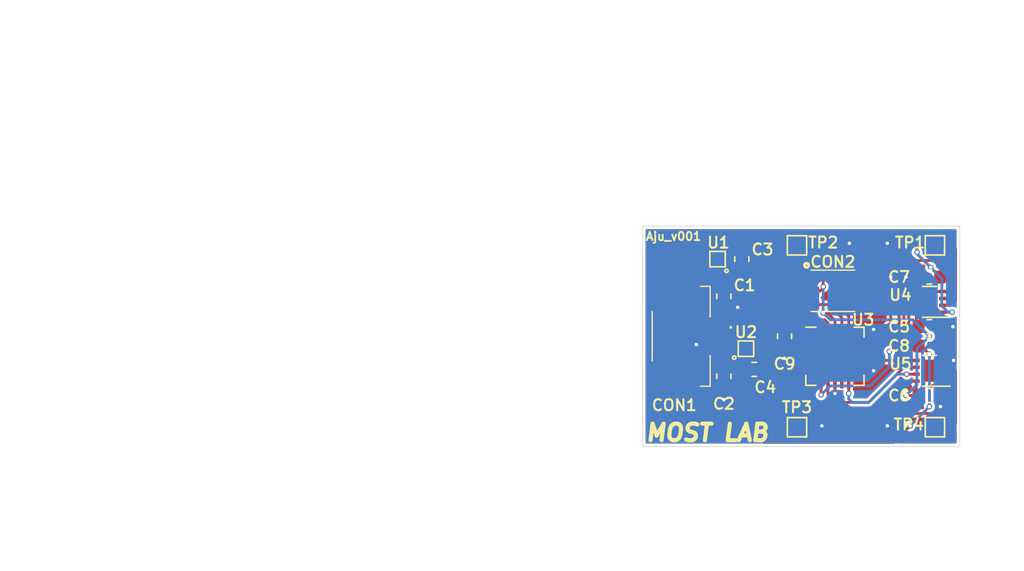
<source format=kicad_pcb>
(kicad_pcb (version 20171130) (host pcbnew "(5.1.10)-1")

  (general
    (thickness 1.6)
    (drawings 20)
    (tracks 224)
    (zones 0)
    (modules 20)
    (nets 19)
  )

  (page A4)
  (layers
    (0 F.Cu signal)
    (31 B.Cu signal)
    (32 B.Adhes user)
    (33 F.Adhes user)
    (34 B.Paste user)
    (35 F.Paste user)
    (36 B.SilkS user)
    (37 F.SilkS user)
    (38 B.Mask user)
    (39 F.Mask user)
    (40 Dwgs.User user)
    (41 Cmts.User user)
    (42 Eco1.User user)
    (43 Eco2.User user)
    (44 Edge.Cuts user)
    (45 Margin user)
    (46 B.CrtYd user)
    (47 F.CrtYd user hide)
    (48 B.Fab user)
    (49 F.Fab user hide)
  )

  (setup
    (last_trace_width 0.2)
    (trace_clearance 0.15)
    (zone_clearance 0.2)
    (zone_45_only no)
    (trace_min 0.2)
    (via_size 0.4)
    (via_drill 0.25)
    (via_min_size 0.4)
    (via_min_drill 0.25)
    (uvia_size 0.3)
    (uvia_drill 0.1)
    (uvias_allowed no)
    (uvia_min_size 0.2)
    (uvia_min_drill 0.1)
    (edge_width 0.05)
    (segment_width 0.2)
    (pcb_text_width 0.3)
    (pcb_text_size 1.5 1.5)
    (mod_edge_width 0.12)
    (mod_text_size 0.8 0.8)
    (mod_text_width 0.15)
    (pad_size 1 1)
    (pad_drill 0)
    (pad_to_mask_clearance 0)
    (aux_axis_origin 0 0)
    (visible_elements 7FFFFFFF)
    (pcbplotparams
      (layerselection 0x010fc_ffffffff)
      (usegerberextensions false)
      (usegerberattributes true)
      (usegerberadvancedattributes true)
      (creategerberjobfile true)
      (excludeedgelayer true)
      (linewidth 0.100000)
      (plotframeref false)
      (viasonmask false)
      (mode 1)
      (useauxorigin false)
      (hpglpennumber 1)
      (hpglpenspeed 20)
      (hpglpendiameter 15.000000)
      (psnegative false)
      (psa4output false)
      (plotreference true)
      (plotvalue true)
      (plotinvisibletext false)
      (padsonsilk false)
      (subtractmaskfromsilk false)
      (outputformat 1)
      (mirror false)
      (drillshape 1)
      (scaleselection 1)
      (outputdirectory ""))
  )

  (net 0 "")
  (net 1 GND)
  (net 2 +BATT)
  (net 3 +2V5)
  (net 4 +3V0)
  (net 5 "/02. MCU/MOSI")
  (net 6 "/02. MCU/SCK")
  (net 7 "/02. MCU/MISO")
  (net 8 "/02. MCU/RST")
  (net 9 "/03. Driver/MOUT_11")
  (net 10 "/03. Driver/MOUT_12")
  (net 11 "/03. Driver/MOUT_21")
  (net 12 "/03. Driver/MOUT_22")
  (net 13 PWM1)
  (net 14 PWM2)
  (net 15 PWM3)
  (net 16 D2)
  (net 17 PWM4)
  (net 18 D1)

  (net_class Default "This is the default net class."
    (clearance 0.15)
    (trace_width 0.2)
    (via_dia 0.4)
    (via_drill 0.25)
    (uvia_dia 0.3)
    (uvia_drill 0.1)
    (add_net +2V5)
    (add_net +3V0)
    (add_net +BATT)
    (add_net "/02. MCU/MISO")
    (add_net "/02. MCU/MOSI")
    (add_net "/02. MCU/RST")
    (add_net "/02. MCU/SCK")
    (add_net "/03. Driver/MOUT_11")
    (add_net "/03. Driver/MOUT_12")
    (add_net "/03. Driver/MOUT_21")
    (add_net "/03. Driver/MOUT_22")
    (add_net D1)
    (add_net D2)
    (add_net GND)
    (add_net PWM1)
    (add_net PWM2)
    (add_net PWM3)
    (add_net PWM4)
  )

  (module KiCAD_footprint:FTM-103-XX-Y-DV (layer F.Cu) (tedit 60B07312) (tstamp 60B0E700)
    (at 73.8 34.7 270)
    (descr FTM-103-XX-Y-DV)
    (tags Connector)
    (path /60AC6AEE/60B0DD1C)
    (attr smd)
    (fp_text reference CON2 (at -2.1 0) (layer F.SilkS)
      (effects (font (size 0.8 0.8) (thickness 0.15)))
    )
    (fp_text value FTM-103-02-F-DV (at 0.5 4.5 270) (layer F.Fab) hide
      (effects (font (size 0.8 0.8) (thickness 0.15)))
    )
    (fp_line (start -1.5 -1.59) (end 1.5 -1.59) (layer F.Fab) (width 0.2))
    (fp_line (start 1.5 -1.59) (end 1.5 1.59) (layer F.Fab) (width 0.2))
    (fp_line (start 1.5 1.59) (end -1.5 1.59) (layer F.Fab) (width 0.2))
    (fp_line (start -1.5 1.59) (end -1.5 -1.59) (layer F.Fab) (width 0.2))
    (fp_line (start 1.5 -1.59) (end 1.5 1.59) (layer F.SilkS) (width 0.1))
    (fp_line (start -1.5 1.59) (end -1.5 -1.59) (layer F.SilkS) (width 0.1))
    (fp_circle (center -1.85 1.9075) (end -1.85 1.9575) (layer F.SilkS) (width 0.2))
    (fp_text user %R (at -4 -3 270) (layer F.Fab)
      (effects (font (size 0.8 0.8) (thickness 0.15)))
    )
    (pad 6 smd rect (at 1 -2.3575 270) (size 0.56 2.755) (layers F.Cu F.Paste F.Mask)
      (net 5 "/02. MCU/MOSI"))
    (pad 5 smd rect (at 1 2.3575 270) (size 0.56 2.755) (layers F.Cu F.Paste F.Mask)
      (net 6 "/02. MCU/SCK"))
    (pad 4 smd rect (at 0 -2.3575 270) (size 0.56 2.755) (layers F.Cu F.Paste F.Mask)
      (net 7 "/02. MCU/MISO"))
    (pad 3 smd rect (at 0 2.3575 270) (size 0.56 2.755) (layers F.Cu F.Paste F.Mask)
      (net 2 +BATT))
    (pad 2 smd rect (at -1 -2.3575 270) (size 0.56 2.755) (layers F.Cu F.Paste F.Mask)
      (net 1 GND))
    (pad 1 smd rect (at -1 2.3575 270) (size 0.56 2.755) (layers F.Cu F.Paste F.Mask)
      (net 8 "/02. MCU/RST"))
  )

  (module KiCAD_footprint:532610271 (layer F.Cu) (tedit 60B072E6) (tstamp 60B0E737)
    (at 63 38 90)
    (descr 53261-0271-4)
    (tags Connector)
    (path /60AAEF41/60B0E97A)
    (attr smd)
    (fp_text reference CON1 (at -5 -0.7 180) (layer F.SilkS)
      (effects (font (size 0.8 0.8) (thickness 0.15)))
    )
    (fp_text value 53261-0271 (at 0.5 4.5 90) (layer F.Fab) hide
      (effects (font (size 0.8 0.8) (thickness 0.15)))
    )
    (fp_line (start 3.625 -2.3) (end -3.625 -2.3) (layer F.Fab) (width 0.2))
    (fp_line (start -3.625 -2.3) (end -3.625 1.9) (layer F.Fab) (width 0.2))
    (fp_line (start -3.625 1.9) (end 3.625 1.9) (layer F.Fab) (width 0.2))
    (fp_line (start 3.625 1.9) (end 3.625 -2.3) (layer F.Fab) (width 0.2))
    (fp_line (start 0.6 3.4) (end 0.6 3.4) (layer F.SilkS) (width 0.1))
    (fp_line (start 0.7 3.4) (end 0.7 3.4) (layer F.SilkS) (width 0.1))
    (fp_line (start 3.625 1.2) (end 3.625 1.9) (layer F.SilkS) (width 0.1))
    (fp_line (start 3.625 1.9) (end 1.4 1.9) (layer F.SilkS) (width 0.1))
    (fp_line (start -1.4 1.9) (end -3.625 1.9) (layer F.SilkS) (width 0.1))
    (fp_line (start -3.625 1.9) (end -3.625 1.2) (layer F.SilkS) (width 0.1))
    (fp_line (start 1.8 -2.3) (end -1.8 -2.3) (layer F.SilkS) (width 0.1))
    (fp_arc (start 0.65 3.4) (end 0.7 3.4) (angle -180) (layer F.SilkS) (width 0.1))
    (fp_arc (start 0.65 3.4) (end 0.6 3.4) (angle -180) (layer F.SilkS) (width 0.1))
    (fp_text user %R (at -2.5 -3.5 90) (layer F.Fab)
      (effects (font (size 0.8 0.8) (thickness 0.15)))
    )
    (pad MP2 smd rect (at -3.175 -0.6 90) (size 2.1 3) (layers F.Cu F.Paste F.Mask))
    (pad MP1 smd rect (at 3.175 -0.6 90) (size 2.1 3) (layers F.Cu F.Paste F.Mask))
    (pad 2 smd rect (at -0.625 2.3 90) (size 0.8 1.6) (layers F.Cu F.Paste F.Mask)
      (net 1 GND))
    (pad 1 smd rect (at 0.625 2.3 90) (size 0.8 1.6) (layers F.Cu F.Paste F.Mask)
      (net 2 +BATT))
    (model 53261-0271.stp
      (at (xyz 0 0 0))
      (scale (xyz 1 1 1))
      (rotate (xyz 0 0 0))
    )
  )

  (module TestPoint:TestPoint_Pad_1.0x1.0mm (layer F.Cu) (tedit 5A0F774F) (tstamp 60B0EA5C)
    (at 81.2 44.6)
    (descr "SMD rectangular pad as test Point, square 1.0mm side length")
    (tags "test point SMD pad rectangle square")
    (path /60ADB775/60AF6F3B)
    (attr virtual)
    (fp_text reference TP4 (at -1.9 -0.2) (layer F.SilkS)
      (effects (font (size 0.8 0.8) (thickness 0.15)))
    )
    (fp_text value MOUT_22 (at 0 1.55) (layer F.Fab)
      (effects (font (size 1 1) (thickness 0.15)))
    )
    (fp_line (start 1 1) (end -1 1) (layer F.CrtYd) (width 0.05))
    (fp_line (start 1 1) (end 1 -1) (layer F.CrtYd) (width 0.05))
    (fp_line (start -1 -1) (end -1 1) (layer F.CrtYd) (width 0.05))
    (fp_line (start -1 -1) (end 1 -1) (layer F.CrtYd) (width 0.05))
    (fp_line (start -0.7 0.7) (end -0.7 -0.7) (layer F.SilkS) (width 0.12))
    (fp_line (start 0.7 0.7) (end -0.7 0.7) (layer F.SilkS) (width 0.12))
    (fp_line (start 0.7 -0.7) (end 0.7 0.7) (layer F.SilkS) (width 0.12))
    (fp_line (start -0.7 -0.7) (end 0.7 -0.7) (layer F.SilkS) (width 0.12))
    (fp_text user %R (at 0 -1.45) (layer F.Fab)
      (effects (font (size 1 1) (thickness 0.15)))
    )
    (pad 1 smd rect (at 0 0) (size 1 1) (layers F.Cu F.Mask)
      (net 12 "/03. Driver/MOUT_22"))
  )

  (module TestPoint:TestPoint_Pad_1.0x1.0mm (layer F.Cu) (tedit 5A0F774F) (tstamp 60B0EAD1)
    (at 71.2 44.6)
    (descr "SMD rectangular pad as test Point, square 1.0mm side length")
    (tags "test point SMD pad rectangle square")
    (path /60ADB775/60AF6D96)
    (attr virtual)
    (fp_text reference TP3 (at 0 -1.448) (layer F.SilkS)
      (effects (font (size 0.8 0.8) (thickness 0.15)))
    )
    (fp_text value MOUT_21 (at 0 1.55) (layer F.Fab)
      (effects (font (size 1 1) (thickness 0.15)))
    )
    (fp_line (start 1 1) (end -1 1) (layer F.CrtYd) (width 0.05))
    (fp_line (start 1 1) (end 1 -1) (layer F.CrtYd) (width 0.05))
    (fp_line (start -1 -1) (end -1 1) (layer F.CrtYd) (width 0.05))
    (fp_line (start -1 -1) (end 1 -1) (layer F.CrtYd) (width 0.05))
    (fp_line (start -0.7 0.7) (end -0.7 -0.7) (layer F.SilkS) (width 0.12))
    (fp_line (start 0.7 0.7) (end -0.7 0.7) (layer F.SilkS) (width 0.12))
    (fp_line (start 0.7 -0.7) (end 0.7 0.7) (layer F.SilkS) (width 0.12))
    (fp_line (start -0.7 -0.7) (end 0.7 -0.7) (layer F.SilkS) (width 0.12))
    (fp_text user %R (at 0 -1.45) (layer F.Fab)
      (effects (font (size 1 1) (thickness 0.15)))
    )
    (pad 1 smd rect (at 0 0) (size 1 1) (layers F.Cu F.Mask)
      (net 11 "/03. Driver/MOUT_21"))
  )

  (module TestPoint:TestPoint_Pad_1.0x1.0mm (layer F.Cu) (tedit 5A0F774F) (tstamp 60B0EC48)
    (at 71.2 31.4)
    (descr "SMD rectangular pad as test Point, square 1.0mm side length")
    (tags "test point SMD pad rectangle square")
    (path /60ADB775/60AF6BCA)
    (attr virtual)
    (fp_text reference TP2 (at 1.9 -0.2) (layer F.SilkS)
      (effects (font (size 0.8 0.8) (thickness 0.15)))
    )
    (fp_text value MOUT_12 (at 0 1.55) (layer F.Fab)
      (effects (font (size 1 1) (thickness 0.15)))
    )
    (fp_line (start 1 1) (end -1 1) (layer F.CrtYd) (width 0.05))
    (fp_line (start 1 1) (end 1 -1) (layer F.CrtYd) (width 0.05))
    (fp_line (start -1 -1) (end -1 1) (layer F.CrtYd) (width 0.05))
    (fp_line (start -1 -1) (end 1 -1) (layer F.CrtYd) (width 0.05))
    (fp_line (start -0.7 0.7) (end -0.7 -0.7) (layer F.SilkS) (width 0.12))
    (fp_line (start 0.7 0.7) (end -0.7 0.7) (layer F.SilkS) (width 0.12))
    (fp_line (start 0.7 -0.7) (end 0.7 0.7) (layer F.SilkS) (width 0.12))
    (fp_line (start -0.7 -0.7) (end 0.7 -0.7) (layer F.SilkS) (width 0.12))
    (fp_text user %R (at 0 -1.45) (layer F.Fab)
      (effects (font (size 1 1) (thickness 0.15)))
    )
    (pad 1 smd rect (at 0 0) (size 1 1) (layers F.Cu F.Mask)
      (net 10 "/03. Driver/MOUT_12"))
  )

  (module TestPoint:TestPoint_Pad_1.0x1.0mm (layer F.Cu) (tedit 5A0F774F) (tstamp 60B0EA35)
    (at 81.2 31.4)
    (descr "SMD rectangular pad as test Point, square 1.0mm side length")
    (tags "test point SMD pad rectangle square")
    (path /60ADB775/60AF6626)
    (attr virtual)
    (fp_text reference TP1 (at -1.8 -0.2) (layer F.SilkS)
      (effects (font (size 0.8 0.8) (thickness 0.15)))
    )
    (fp_text value MOUT_11 (at 0 1.55) (layer F.Fab)
      (effects (font (size 1 1) (thickness 0.15)))
    )
    (fp_line (start 1 1) (end -1 1) (layer F.CrtYd) (width 0.05))
    (fp_line (start 1 1) (end 1 -1) (layer F.CrtYd) (width 0.05))
    (fp_line (start -1 -1) (end -1 1) (layer F.CrtYd) (width 0.05))
    (fp_line (start -1 -1) (end 1 -1) (layer F.CrtYd) (width 0.05))
    (fp_line (start -0.7 0.7) (end -0.7 -0.7) (layer F.SilkS) (width 0.12))
    (fp_line (start 0.7 0.7) (end -0.7 0.7) (layer F.SilkS) (width 0.12))
    (fp_line (start 0.7 -0.7) (end 0.7 0.7) (layer F.SilkS) (width 0.12))
    (fp_line (start -0.7 -0.7) (end 0.7 -0.7) (layer F.SilkS) (width 0.12))
    (fp_text user %R (at 0 -1.45) (layer F.Fab)
      (effects (font (size 1 1) (thickness 0.15)))
    )
    (pad 1 smd rect (at 0 0) (size 1 1) (layers F.Cu F.Mask)
      (net 9 "/03. Driver/MOUT_11"))
  )

  (module Package_SON:WSON-8-1EP_2x2mm_P0.5mm_EP0.9x1.6mm (layer F.Cu) (tedit 5A65F6A7) (tstamp 60B0EA90)
    (at 80.8 40.5 180)
    (descr "8-Lead Plastic WSON, 2x2mm Body, 0.5mm Pitch, WSON-8, http://www.ti.com/lit/ds/symlink/lm27761.pdf")
    (tags "WSON 8 1EP")
    (path /60ADB775/60ADD7D7)
    (attr smd)
    (fp_text reference U5 (at 2.1 0.5) (layer F.SilkS)
      (effects (font (size 0.8 0.8) (thickness 0.15)))
    )
    (fp_text value DRV8837 (at 0.01 2.14) (layer F.Fab)
      (effects (font (size 1 1) (thickness 0.15)))
    )
    (fp_line (start -0.5 -1) (end -1 -0.5) (layer F.Fab) (width 0.1))
    (fp_line (start -1 1) (end -1 -0.5) (layer F.Fab) (width 0.1))
    (fp_line (start 1 1) (end -1 1) (layer F.Fab) (width 0.1))
    (fp_line (start 1 -1) (end 1 1) (layer F.Fab) (width 0.1))
    (fp_line (start -0.5 -1) (end 1 -1) (layer F.Fab) (width 0.1))
    (fp_line (start -1.6 -1.25) (end -1.6 1.25) (layer F.CrtYd) (width 0.05))
    (fp_line (start 1.6 -1.25) (end 1.6 1.25) (layer F.CrtYd) (width 0.05))
    (fp_line (start -1.6 -1.25) (end 1.6 -1.25) (layer F.CrtYd) (width 0.05))
    (fp_line (start -1.6 1.25) (end 1.6 1.25) (layer F.CrtYd) (width 0.05))
    (fp_line (start 0.5 1.12) (end -0.5 1.12) (layer F.SilkS) (width 0.12))
    (fp_line (start -1.5 -1.12) (end 0.5 -1.12) (layer F.SilkS) (width 0.12))
    (fp_text user %R (at 0 0) (layer F.Fab)
      (effects (font (size 0.7 0.7) (thickness 0.1)))
    )
    (pad "" smd rect (at 0 -0.4 180) (size 0.75 0.65) (layers F.Paste))
    (pad "" smd rect (at 0 0.4 180) (size 0.75 0.65) (layers F.Paste))
    (pad 6 smd rect (at 0.95 0.25 180) (size 0.5 0.25) (layers F.Cu F.Paste F.Mask)
      (net 17 PWM4))
    (pad 5 smd rect (at 0.95 0.75 180) (size 0.5 0.25) (layers F.Cu F.Paste F.Mask)
      (net 15 PWM3))
    (pad 4 smd rect (at -0.95 0.75 180) (size 0.5 0.25) (layers F.Cu F.Paste F.Mask)
      (net 1 GND))
    (pad 2 smd rect (at -0.95 -0.25 180) (size 0.5 0.25) (layers F.Cu F.Paste F.Mask)
      (net 11 "/03. Driver/MOUT_21"))
    (pad 1 smd rect (at -0.95 -0.75 180) (size 0.5 0.25) (layers F.Cu F.Paste F.Mask)
      (net 4 +3V0))
    (pad 9 smd rect (at 0 0 180) (size 0.9 1.6) (layers F.Cu F.Mask)
      (net 1 GND))
    (pad 8 smd rect (at 0.95 -0.75 180) (size 0.5 0.25) (layers F.Cu F.Paste F.Mask)
      (net 2 +BATT))
    (pad 7 smd rect (at 0.95 -0.25 180) (size 0.5 0.25) (layers F.Cu F.Paste F.Mask)
      (net 16 D2))
    (pad 3 smd rect (at -0.95 0.25 180) (size 0.5 0.25) (layers F.Cu F.Paste F.Mask)
      (net 12 "/03. Driver/MOUT_22"))
    (model ${KISYS3DMOD}/Package_SON.3dshapes/WSON-8-1EP_2x2mm_P0.5mm_EP0.9x1.6mm.wrl
      (at (xyz 0 0 0))
      (scale (xyz 1 1 1))
      (rotate (xyz 0 0 0))
    )
  )

  (module Package_SON:WSON-8-1EP_2x2mm_P0.5mm_EP0.9x1.6mm (layer F.Cu) (tedit 5A65F6A7) (tstamp 60B0EB05)
    (at 80.8 35.5 180)
    (descr "8-Lead Plastic WSON, 2x2mm Body, 0.5mm Pitch, WSON-8, http://www.ti.com/lit/ds/symlink/lm27761.pdf")
    (tags "WSON 8 1EP")
    (path /60ADB775/60ADB86D)
    (attr smd)
    (fp_text reference U4 (at 2.1 0.5) (layer F.SilkS)
      (effects (font (size 0.8 0.8) (thickness 0.15)))
    )
    (fp_text value DRV8837 (at 0.01 2.14) (layer F.Fab)
      (effects (font (size 1 1) (thickness 0.15)))
    )
    (fp_line (start -0.5 -1) (end -1 -0.5) (layer F.Fab) (width 0.1))
    (fp_line (start -1 1) (end -1 -0.5) (layer F.Fab) (width 0.1))
    (fp_line (start 1 1) (end -1 1) (layer F.Fab) (width 0.1))
    (fp_line (start 1 -1) (end 1 1) (layer F.Fab) (width 0.1))
    (fp_line (start -0.5 -1) (end 1 -1) (layer F.Fab) (width 0.1))
    (fp_line (start -1.6 -1.25) (end -1.6 1.25) (layer F.CrtYd) (width 0.05))
    (fp_line (start 1.6 -1.25) (end 1.6 1.25) (layer F.CrtYd) (width 0.05))
    (fp_line (start -1.6 -1.25) (end 1.6 -1.25) (layer F.CrtYd) (width 0.05))
    (fp_line (start -1.6 1.25) (end 1.6 1.25) (layer F.CrtYd) (width 0.05))
    (fp_line (start 0.5 1.12) (end -0.5 1.12) (layer F.SilkS) (width 0.12))
    (fp_line (start -1.5 -1.12) (end 0.5 -1.12) (layer F.SilkS) (width 0.12))
    (fp_text user %R (at 0 0) (layer F.Fab)
      (effects (font (size 0.7 0.7) (thickness 0.1)))
    )
    (pad "" smd rect (at 0 -0.4 180) (size 0.75 0.65) (layers F.Paste))
    (pad "" smd rect (at 0 0.4 180) (size 0.75 0.65) (layers F.Paste))
    (pad 6 smd rect (at 0.95 0.25 180) (size 0.5 0.25) (layers F.Cu F.Paste F.Mask)
      (net 14 PWM2))
    (pad 5 smd rect (at 0.95 0.75 180) (size 0.5 0.25) (layers F.Cu F.Paste F.Mask)
      (net 13 PWM1))
    (pad 4 smd rect (at -0.95 0.75 180) (size 0.5 0.25) (layers F.Cu F.Paste F.Mask)
      (net 1 GND))
    (pad 2 smd rect (at -0.95 -0.25 180) (size 0.5 0.25) (layers F.Cu F.Paste F.Mask)
      (net 9 "/03. Driver/MOUT_11"))
    (pad 1 smd rect (at -0.95 -0.75 180) (size 0.5 0.25) (layers F.Cu F.Paste F.Mask)
      (net 3 +2V5))
    (pad 9 smd rect (at 0 0 180) (size 0.9 1.6) (layers F.Cu F.Mask)
      (net 1 GND))
    (pad 8 smd rect (at 0.95 -0.75 180) (size 0.5 0.25) (layers F.Cu F.Paste F.Mask)
      (net 2 +BATT))
    (pad 7 smd rect (at 0.95 -0.25 180) (size 0.5 0.25) (layers F.Cu F.Paste F.Mask)
      (net 18 D1))
    (pad 3 smd rect (at -0.95 0.25 180) (size 0.5 0.25) (layers F.Cu F.Paste F.Mask)
      (net 10 "/03. Driver/MOUT_12"))
    (model ${KISYS3DMOD}/Package_SON.3dshapes/WSON-8-1EP_2x2mm_P0.5mm_EP0.9x1.6mm.wrl
      (at (xyz 0 0 0))
      (scale (xyz 1 1 1))
      (rotate (xyz 0 0 0))
    )
  )

  (module Package_DFN_QFN:MLF-20-1EP_4x4mm_P0.5mm_EP2.6x2.6mm (layer F.Cu) (tedit 5DC5F6A3) (tstamp 60B0EBE1)
    (at 73.95 39.45)
    (descr "MLF, 20 Pin (http://ww1.microchip.com/downloads/en/DeviceDoc/doc8246.pdf#page=263), generated with kicad-footprint-generator ipc_noLead_generator.py")
    (tags "MLF NoLead")
    (path /60AC6AEE/60AC6D00)
    (attr smd)
    (fp_text reference U3 (at 2.05 -2.65) (layer F.SilkS)
      (effects (font (size 0.8 0.8) (thickness 0.15)))
    )
    (fp_text value ATtiny2313A-MU (at 0 3.3) (layer F.Fab)
      (effects (font (size 1 1) (thickness 0.15)))
    )
    (fp_line (start 1.385 -2.11) (end 2.11 -2.11) (layer F.SilkS) (width 0.12))
    (fp_line (start 2.11 -2.11) (end 2.11 -1.385) (layer F.SilkS) (width 0.12))
    (fp_line (start -1.385 2.11) (end -2.11 2.11) (layer F.SilkS) (width 0.12))
    (fp_line (start -2.11 2.11) (end -2.11 1.385) (layer F.SilkS) (width 0.12))
    (fp_line (start 1.385 2.11) (end 2.11 2.11) (layer F.SilkS) (width 0.12))
    (fp_line (start 2.11 2.11) (end 2.11 1.385) (layer F.SilkS) (width 0.12))
    (fp_line (start -1.385 -2.11) (end -2.11 -2.11) (layer F.SilkS) (width 0.12))
    (fp_line (start -1 -2) (end 2 -2) (layer F.Fab) (width 0.1))
    (fp_line (start 2 -2) (end 2 2) (layer F.Fab) (width 0.1))
    (fp_line (start 2 2) (end -2 2) (layer F.Fab) (width 0.1))
    (fp_line (start -2 2) (end -2 -1) (layer F.Fab) (width 0.1))
    (fp_line (start -2 -1) (end -1 -2) (layer F.Fab) (width 0.1))
    (fp_line (start -2.6 -2.6) (end -2.6 2.6) (layer F.CrtYd) (width 0.05))
    (fp_line (start -2.6 2.6) (end 2.6 2.6) (layer F.CrtYd) (width 0.05))
    (fp_line (start 2.6 2.6) (end 2.6 -2.6) (layer F.CrtYd) (width 0.05))
    (fp_line (start 2.6 -2.6) (end -2.6 -2.6) (layer F.CrtYd) (width 0.05))
    (fp_text user %R (at 0 0) (layer F.Fab)
      (effects (font (size 1 1) (thickness 0.15)))
    )
    (pad "" smd roundrect (at 0.65 0.65) (size 1.05 1.05) (layers F.Paste) (roundrect_rratio 0.238095))
    (pad "" smd roundrect (at 0.65 -0.65) (size 1.05 1.05) (layers F.Paste) (roundrect_rratio 0.238095))
    (pad "" smd roundrect (at -0.65 0.65) (size 1.05 1.05) (layers F.Paste) (roundrect_rratio 0.238095))
    (pad "" smd roundrect (at -0.65 -0.65) (size 1.05 1.05) (layers F.Paste) (roundrect_rratio 0.238095))
    (pad 21 smd rect (at 0 0) (size 2.6 2.6) (layers F.Cu F.Mask)
      (net 1 GND))
    (pad 20 smd roundrect (at -1 -1.925) (size 0.25 0.85) (layers F.Cu F.Paste F.Mask) (roundrect_rratio 0.25))
    (pad 19 smd roundrect (at -0.5 -1.925) (size 0.25 0.85) (layers F.Cu F.Paste F.Mask) (roundrect_rratio 0.25)
      (net 8 "/02. MCU/RST"))
    (pad 18 smd roundrect (at 0 -1.925) (size 0.25 0.85) (layers F.Cu F.Paste F.Mask) (roundrect_rratio 0.25)
      (net 2 +BATT))
    (pad 17 smd roundrect (at 0.5 -1.925) (size 0.25 0.85) (layers F.Cu F.Paste F.Mask) (roundrect_rratio 0.25)
      (net 6 "/02. MCU/SCK"))
    (pad 16 smd roundrect (at 1 -1.925) (size 0.25 0.85) (layers F.Cu F.Paste F.Mask) (roundrect_rratio 0.25)
      (net 7 "/02. MCU/MISO"))
    (pad 15 smd roundrect (at 1.925 -1) (size 0.85 0.25) (layers F.Cu F.Paste F.Mask) (roundrect_rratio 0.25)
      (net 5 "/02. MCU/MOSI"))
    (pad 14 smd roundrect (at 1.925 -0.5) (size 0.85 0.25) (layers F.Cu F.Paste F.Mask) (roundrect_rratio 0.25)
      (net 13 PWM1))
    (pad 13 smd roundrect (at 1.925 0) (size 0.85 0.25) (layers F.Cu F.Paste F.Mask) (roundrect_rratio 0.25)
      (net 14 PWM2))
    (pad 12 smd roundrect (at 1.925 0.5) (size 0.85 0.25) (layers F.Cu F.Paste F.Mask) (roundrect_rratio 0.25)
      (net 15 PWM3))
    (pad 11 smd roundrect (at 1.925 1) (size 0.85 0.25) (layers F.Cu F.Paste F.Mask) (roundrect_rratio 0.25))
    (pad 10 smd roundrect (at 1 1.925) (size 0.25 0.85) (layers F.Cu F.Paste F.Mask) (roundrect_rratio 0.25)
      (net 16 D2))
    (pad 9 smd roundrect (at 0.5 1.925) (size 0.25 0.85) (layers F.Cu F.Paste F.Mask) (roundrect_rratio 0.25))
    (pad 8 smd roundrect (at 0 1.925) (size 0.25 0.85) (layers F.Cu F.Paste F.Mask) (roundrect_rratio 0.25)
      (net 1 GND))
    (pad 7 smd roundrect (at -0.5 1.925) (size 0.25 0.85) (layers F.Cu F.Paste F.Mask) (roundrect_rratio 0.25)
      (net 17 PWM4))
    (pad 6 smd roundrect (at -1 1.925) (size 0.25 0.85) (layers F.Cu F.Paste F.Mask) (roundrect_rratio 0.25)
      (net 18 D1))
    (pad 5 smd roundrect (at -1.925 1) (size 0.85 0.25) (layers F.Cu F.Paste F.Mask) (roundrect_rratio 0.25))
    (pad 4 smd roundrect (at -1.925 0.5) (size 0.85 0.25) (layers F.Cu F.Paste F.Mask) (roundrect_rratio 0.25))
    (pad 3 smd roundrect (at -1.925 0) (size 0.85 0.25) (layers F.Cu F.Paste F.Mask) (roundrect_rratio 0.25))
    (pad 2 smd roundrect (at -1.925 -0.5) (size 0.85 0.25) (layers F.Cu F.Paste F.Mask) (roundrect_rratio 0.25))
    (pad 1 smd roundrect (at -1.925 -1) (size 0.85 0.25) (layers F.Cu F.Paste F.Mask) (roundrect_rratio 0.25))
    (model ${KISYS3DMOD}/Package_DFN_QFN.3dshapes/MLF-20-1EP_4x4mm_P0.5mm_EP2.6x2.6mm.wrl
      (at (xyz 0 0 0))
      (scale (xyz 1 1 1))
      (rotate (xyz 0 0 0))
    )
  )

  (module KiCAD_footprint:RP110x-DFN1010-4 (layer F.Cu) (tedit 60ADDC9F) (tstamp 60B0EB9A)
    (at 66.94 39.46)
    (path /60AAEF41/60B0F659)
    (fp_text reference U2 (at 0.56 -1.76) (layer F.SilkS)
      (effects (font (size 0.8 0.8) (thickness 0.15)))
    )
    (fp_text value RP110L301D-TR (at 0.77 0.68) (layer F.Fab)
      (effects (font (size 0.8 0.8) (thickness 0.15)))
    )
    (fp_circle (center -0.29 0.09) (end -0.17 0.09) (layer F.SilkS) (width 0.12))
    (fp_line (start 0 0) (end 0 -1.12) (layer F.SilkS) (width 0.12))
    (fp_line (start 0 -1.12) (end 1.12 -1.12) (layer F.SilkS) (width 0.12))
    (fp_line (start 1.12 -1.12) (end 1.12 0) (layer F.SilkS) (width 0.12))
    (fp_line (start 1.12 0) (end 0 0) (layer F.SilkS) (width 0.12))
    (pad 5 smd custom (at 0.56 -0.56) (size 0.1 0.1) (layers F.Cu F.Paste F.Mask)
      (zone_connect 0)
      (options (clearance outline) (anchor circle))
      (primitives
        (gr_poly (pts
           (xy 0.34 -0.01) (xy 0 0.33) (xy -0.34 -0.01) (xy 0 -0.35)) (width 0.01))
      ))
    (pad 4 smd custom (at 0.22 -0.95) (size 0.1 0.1) (layers F.Cu F.Paste F.Mask)
      (net 2 +BATT) (zone_connect 0)
      (options (clearance outline) (anchor circle))
      (primitives
        (gr_poly (pts
           (xy -0.1 -0.11) (xy 0.12 -0.11) (xy 0.12 -0.01) (xy -0.03 0.14) (xy -0.1 0.14)
) (width 0.01))
      ))
    (pad 3 smd custom (at 0.9 -0.96) (size 0.1 0.1) (layers F.Cu F.Paste F.Mask)
      (net 2 +BATT) (zone_connect 0)
      (options (clearance outline) (anchor circle))
      (primitives
        (gr_poly (pts
           (xy 0.1 -0.1) (xy -0.12 -0.1) (xy -0.12 0) (xy 0.03 0.15) (xy 0.1 0.15)
) (width 0.01))
      ))
    (pad 2 smd custom (at 0.91 -0.17) (size 0.1 0.1) (layers F.Cu F.Paste F.Mask)
      (net 1 GND) (zone_connect 0)
      (options (clearance outline) (anchor circle))
      (primitives
        (gr_poly (pts
           (xy 0.09 0.11) (xy -0.13 0.11) (xy -0.13 0.01) (xy 0.02 -0.14) (xy 0.09 -0.14)
) (width 0.01))
      ))
    (pad 1 smd custom (at 0.22 -0.16) (size 0.1 0.1) (layers F.Cu F.Paste F.Mask)
      (net 4 +3V0) (zone_connect 0)
      (options (clearance outline) (anchor circle))
      (primitives
        (gr_poly (pts
           (xy -0.1 0.1) (xy 0.12 0.1) (xy 0.12 0) (xy -0.03 -0.15) (xy -0.1 -0.15)
) (width 0.01))
      ))
  )

  (module KiCAD_footprint:RP110x-DFN1010-4 (layer F.Cu) (tedit 60ADDC9F) (tstamp 60B0EB73)
    (at 66 32.96 90)
    (path /60AAEF41/60B0EF27)
    (fp_text reference U1 (at 1.76 -0.5 180) (layer F.SilkS)
      (effects (font (size 0.8 0.8) (thickness 0.15)))
    )
    (fp_text value RP110L251D-TR (at 0.77 0.68 90) (layer F.Fab)
      (effects (font (size 0.8 0.8) (thickness 0.15)))
    )
    (fp_circle (center -0.29 0.09) (end -0.17 0.09) (layer F.SilkS) (width 0.12))
    (fp_line (start 0 0) (end 0 -1.12) (layer F.SilkS) (width 0.12))
    (fp_line (start 0 -1.12) (end 1.12 -1.12) (layer F.SilkS) (width 0.12))
    (fp_line (start 1.12 -1.12) (end 1.12 0) (layer F.SilkS) (width 0.12))
    (fp_line (start 1.12 0) (end 0 0) (layer F.SilkS) (width 0.12))
    (pad 5 smd custom (at 0.56 -0.56 90) (size 0.1 0.1) (layers F.Cu F.Paste F.Mask)
      (zone_connect 0)
      (options (clearance outline) (anchor circle))
      (primitives
        (gr_poly (pts
           (xy 0.34 -0.01) (xy 0 0.33) (xy -0.34 -0.01) (xy 0 -0.35)) (width 0.01))
      ))
    (pad 4 smd custom (at 0.22 -0.95 90) (size 0.1 0.1) (layers F.Cu F.Paste F.Mask)
      (net 2 +BATT) (zone_connect 0)
      (options (clearance outline) (anchor circle))
      (primitives
        (gr_poly (pts
           (xy -0.1 -0.11) (xy 0.12 -0.11) (xy 0.12 -0.01) (xy -0.03 0.14) (xy -0.1 0.14)
) (width 0.01))
      ))
    (pad 3 smd custom (at 0.9 -0.96 90) (size 0.1 0.1) (layers F.Cu F.Paste F.Mask)
      (net 2 +BATT) (zone_connect 0)
      (options (clearance outline) (anchor circle))
      (primitives
        (gr_poly (pts
           (xy 0.1 -0.1) (xy -0.12 -0.1) (xy -0.12 0) (xy 0.03 0.15) (xy 0.1 0.15)
) (width 0.01))
      ))
    (pad 2 smd custom (at 0.91 -0.17 90) (size 0.1 0.1) (layers F.Cu F.Paste F.Mask)
      (net 1 GND) (zone_connect 0)
      (options (clearance outline) (anchor circle))
      (primitives
        (gr_poly (pts
           (xy 0.09 0.11) (xy -0.13 0.11) (xy -0.13 0.01) (xy 0.02 -0.14) (xy 0.09 -0.14)
) (width 0.01))
      ))
    (pad 1 smd custom (at 0.22 -0.16 90) (size 0.1 0.1) (layers F.Cu F.Paste F.Mask)
      (net 3 +2V5) (zone_connect 0)
      (options (clearance outline) (anchor circle))
      (primitives
        (gr_poly (pts
           (xy -0.1 0.1) (xy 0.12 0.1) (xy 0.12 0) (xy -0.03 -0.15) (xy -0.1 -0.15)
) (width 0.01))
      ))
  )

  (module KiCAD_footprint:C1608 (layer F.Cu) (tedit 5CA5A178) (tstamp 60B0EB48)
    (at 70.3 38 270)
    (descr "Capacitor SMD 0603 (1608 Metric), square (rectangular) end terminal, IPC_7351 nominal, (Body size source: http://www.tortai-tech.com/upload/download/2011102023233369053.pdf), generated with kicad-footprint-generator")
    (tags capacitor)
    (path /60AC6AEE/60AFA69B)
    (attr smd)
    (fp_text reference C9 (at 2 0 180) (layer F.SilkS)
      (effects (font (size 0.8 0.8) (thickness 0.15)))
    )
    (fp_text value 0.1uF (at 0 0 90) (layer F.Fab) hide
      (effects (font (size 0.1 0.1) (thickness 0.025)))
    )
    (fp_line (start -0.8 0.4) (end -0.8 -0.4) (layer F.Fab) (width 0.1))
    (fp_line (start -0.8 -0.4) (end 0.8 -0.4) (layer F.Fab) (width 0.1))
    (fp_line (start 0.8 -0.4) (end 0.8 0.4) (layer F.Fab) (width 0.1))
    (fp_line (start 0.8 0.4) (end -0.8 0.4) (layer F.Fab) (width 0.1))
    (fp_line (start -0.162779 -0.51) (end 0.162779 -0.51) (layer F.SilkS) (width 0.12))
    (fp_line (start -0.162779 0.51) (end 0.162779 0.51) (layer F.SilkS) (width 0.12))
    (fp_line (start -1.3 0.55) (end -1.3 -0.55) (layer F.CrtYd) (width 0.05))
    (fp_line (start -1.3 -0.55) (end 1.3 -0.55) (layer F.CrtYd) (width 0.05))
    (fp_line (start 1.3 -0.55) (end 1.3 0.55) (layer F.CrtYd) (width 0.05))
    (fp_line (start 1.3 0.55) (end -1.3 0.55) (layer F.CrtYd) (width 0.05))
    (pad 2 smd roundrect (at 0.7875 0 270) (size 0.875 0.95) (layers F.Cu F.Paste F.Mask) (roundrect_rratio 0.25)
      (net 1 GND))
    (pad 1 smd roundrect (at -0.7875 0 270) (size 0.875 0.95) (layers F.Cu F.Paste F.Mask) (roundrect_rratio 0.25)
      (net 2 +BATT))
    (model ${KISYS3DMOD}/Capacitor_SMD.3dshapes/C_0603_1608Metric.wrl
      (at (xyz 0 0 0))
      (scale (xyz 1 1 1))
      (rotate (xyz 0 0 0))
    )
  )

  (module KiCAD_footprint:C1608 (layer F.Cu) (tedit 5CA5A178) (tstamp 60B0ED1F)
    (at 80.8 38.7)
    (descr "Capacitor SMD 0603 (1608 Metric), square (rectangular) end terminal, IPC_7351 nominal, (Body size source: http://www.tortai-tech.com/upload/download/2011102023233369053.pdf), generated with kicad-footprint-generator")
    (tags capacitor)
    (path /60ADB775/60AE6652)
    (attr smd)
    (fp_text reference C8 (at -2.2 0) (layer F.SilkS)
      (effects (font (size 0.8 0.8) (thickness 0.15)))
    )
    (fp_text value "0.1 uF" (at 0 0) (layer F.Fab) hide
      (effects (font (size 0.1 0.1) (thickness 0.025)))
    )
    (fp_line (start -0.8 0.4) (end -0.8 -0.4) (layer F.Fab) (width 0.1))
    (fp_line (start -0.8 -0.4) (end 0.8 -0.4) (layer F.Fab) (width 0.1))
    (fp_line (start 0.8 -0.4) (end 0.8 0.4) (layer F.Fab) (width 0.1))
    (fp_line (start 0.8 0.4) (end -0.8 0.4) (layer F.Fab) (width 0.1))
    (fp_line (start -0.162779 -0.51) (end 0.162779 -0.51) (layer F.SilkS) (width 0.12))
    (fp_line (start -0.162779 0.51) (end 0.162779 0.51) (layer F.SilkS) (width 0.12))
    (fp_line (start -1.3 0.55) (end -1.3 -0.55) (layer F.CrtYd) (width 0.05))
    (fp_line (start -1.3 -0.55) (end 1.3 -0.55) (layer F.CrtYd) (width 0.05))
    (fp_line (start 1.3 -0.55) (end 1.3 0.55) (layer F.CrtYd) (width 0.05))
    (fp_line (start 1.3 0.55) (end -1.3 0.55) (layer F.CrtYd) (width 0.05))
    (pad 2 smd roundrect (at 0.7875 0) (size 0.875 0.95) (layers F.Cu F.Paste F.Mask) (roundrect_rratio 0.25)
      (net 1 GND))
    (pad 1 smd roundrect (at -0.7875 0) (size 0.875 0.95) (layers F.Cu F.Paste F.Mask) (roundrect_rratio 0.25)
      (net 4 +3V0))
    (model ${KISYS3DMOD}/Capacitor_SMD.3dshapes/C_0603_1608Metric.wrl
      (at (xyz 0 0 0))
      (scale (xyz 1 1 1))
      (rotate (xyz 0 0 0))
    )
  )

  (module KiCAD_footprint:C1608 (layer F.Cu) (tedit 5CA5A178) (tstamp 60B0E79D)
    (at 80.8 33.7 180)
    (descr "Capacitor SMD 0603 (1608 Metric), square (rectangular) end terminal, IPC_7351 nominal, (Body size source: http://www.tortai-tech.com/upload/download/2011102023233369053.pdf), generated with kicad-footprint-generator")
    (tags capacitor)
    (path /60ADB775/60AE3555)
    (attr smd)
    (fp_text reference C7 (at 2.2 0) (layer F.SilkS)
      (effects (font (size 0.8 0.8) (thickness 0.15)))
    )
    (fp_text value "0.1 uF" (at 0 0) (layer F.Fab) hide
      (effects (font (size 0.1 0.1) (thickness 0.025)))
    )
    (fp_line (start -0.8 0.4) (end -0.8 -0.4) (layer F.Fab) (width 0.1))
    (fp_line (start -0.8 -0.4) (end 0.8 -0.4) (layer F.Fab) (width 0.1))
    (fp_line (start 0.8 -0.4) (end 0.8 0.4) (layer F.Fab) (width 0.1))
    (fp_line (start 0.8 0.4) (end -0.8 0.4) (layer F.Fab) (width 0.1))
    (fp_line (start -0.162779 -0.51) (end 0.162779 -0.51) (layer F.SilkS) (width 0.12))
    (fp_line (start -0.162779 0.51) (end 0.162779 0.51) (layer F.SilkS) (width 0.12))
    (fp_line (start -1.3 0.55) (end -1.3 -0.55) (layer F.CrtYd) (width 0.05))
    (fp_line (start -1.3 -0.55) (end 1.3 -0.55) (layer F.CrtYd) (width 0.05))
    (fp_line (start 1.3 -0.55) (end 1.3 0.55) (layer F.CrtYd) (width 0.05))
    (fp_line (start 1.3 0.55) (end -1.3 0.55) (layer F.CrtYd) (width 0.05))
    (pad 2 smd roundrect (at 0.7875 0 180) (size 0.875 0.95) (layers F.Cu F.Paste F.Mask) (roundrect_rratio 0.25)
      (net 1 GND))
    (pad 1 smd roundrect (at -0.7875 0 180) (size 0.875 0.95) (layers F.Cu F.Paste F.Mask) (roundrect_rratio 0.25)
      (net 3 +2V5))
    (model ${KISYS3DMOD}/Capacitor_SMD.3dshapes/C_0603_1608Metric.wrl
      (at (xyz 0 0 0))
      (scale (xyz 1 1 1))
      (rotate (xyz 0 0 0))
    )
  )

  (module KiCAD_footprint:C1608 (layer F.Cu) (tedit 5CA5A178) (tstamp 60B0E770)
    (at 80.8 42.3)
    (descr "Capacitor SMD 0603 (1608 Metric), square (rectangular) end terminal, IPC_7351 nominal, (Body size source: http://www.tortai-tech.com/upload/download/2011102023233369053.pdf), generated with kicad-footprint-generator")
    (tags capacitor)
    (path /60ADB775/60AE6644)
    (attr smd)
    (fp_text reference C6 (at -2.2 0) (layer F.SilkS)
      (effects (font (size 0.8 0.8) (thickness 0.15)))
    )
    (fp_text value "0.1 uF" (at 0 0) (layer F.Fab) hide
      (effects (font (size 0.1 0.1) (thickness 0.025)))
    )
    (fp_line (start -0.8 0.4) (end -0.8 -0.4) (layer F.Fab) (width 0.1))
    (fp_line (start -0.8 -0.4) (end 0.8 -0.4) (layer F.Fab) (width 0.1))
    (fp_line (start 0.8 -0.4) (end 0.8 0.4) (layer F.Fab) (width 0.1))
    (fp_line (start 0.8 0.4) (end -0.8 0.4) (layer F.Fab) (width 0.1))
    (fp_line (start -0.162779 -0.51) (end 0.162779 -0.51) (layer F.SilkS) (width 0.12))
    (fp_line (start -0.162779 0.51) (end 0.162779 0.51) (layer F.SilkS) (width 0.12))
    (fp_line (start -1.3 0.55) (end -1.3 -0.55) (layer F.CrtYd) (width 0.05))
    (fp_line (start -1.3 -0.55) (end 1.3 -0.55) (layer F.CrtYd) (width 0.05))
    (fp_line (start 1.3 -0.55) (end 1.3 0.55) (layer F.CrtYd) (width 0.05))
    (fp_line (start 1.3 0.55) (end -1.3 0.55) (layer F.CrtYd) (width 0.05))
    (pad 2 smd roundrect (at 0.7875 0) (size 0.875 0.95) (layers F.Cu F.Paste F.Mask) (roundrect_rratio 0.25)
      (net 1 GND))
    (pad 1 smd roundrect (at -0.7875 0) (size 0.875 0.95) (layers F.Cu F.Paste F.Mask) (roundrect_rratio 0.25)
      (net 2 +BATT))
    (model ${KISYS3DMOD}/Capacitor_SMD.3dshapes/C_0603_1608Metric.wrl
      (at (xyz 0 0 0))
      (scale (xyz 1 1 1))
      (rotate (xyz 0 0 0))
    )
  )

  (module KiCAD_footprint:C1608 (layer F.Cu) (tedit 5CA5A178) (tstamp 60B0E7F7)
    (at 80.8 37.3)
    (descr "Capacitor SMD 0603 (1608 Metric), square (rectangular) end terminal, IPC_7351 nominal, (Body size source: http://www.tortai-tech.com/upload/download/2011102023233369053.pdf), generated with kicad-footprint-generator")
    (tags capacitor)
    (path /60ADB775/60AE0A27)
    (attr smd)
    (fp_text reference C5 (at -2.2 0) (layer F.SilkS)
      (effects (font (size 0.8 0.8) (thickness 0.15)))
    )
    (fp_text value "0.1 uF" (at 0 0) (layer F.Fab) hide
      (effects (font (size 0.1 0.1) (thickness 0.025)))
    )
    (fp_line (start -0.8 0.4) (end -0.8 -0.4) (layer F.Fab) (width 0.1))
    (fp_line (start -0.8 -0.4) (end 0.8 -0.4) (layer F.Fab) (width 0.1))
    (fp_line (start 0.8 -0.4) (end 0.8 0.4) (layer F.Fab) (width 0.1))
    (fp_line (start 0.8 0.4) (end -0.8 0.4) (layer F.Fab) (width 0.1))
    (fp_line (start -0.162779 -0.51) (end 0.162779 -0.51) (layer F.SilkS) (width 0.12))
    (fp_line (start -0.162779 0.51) (end 0.162779 0.51) (layer F.SilkS) (width 0.12))
    (fp_line (start -1.3 0.55) (end -1.3 -0.55) (layer F.CrtYd) (width 0.05))
    (fp_line (start -1.3 -0.55) (end 1.3 -0.55) (layer F.CrtYd) (width 0.05))
    (fp_line (start 1.3 -0.55) (end 1.3 0.55) (layer F.CrtYd) (width 0.05))
    (fp_line (start 1.3 0.55) (end -1.3 0.55) (layer F.CrtYd) (width 0.05))
    (pad 2 smd roundrect (at 0.7875 0) (size 0.875 0.95) (layers F.Cu F.Paste F.Mask) (roundrect_rratio 0.25)
      (net 1 GND))
    (pad 1 smd roundrect (at -0.7875 0) (size 0.875 0.95) (layers F.Cu F.Paste F.Mask) (roundrect_rratio 0.25)
      (net 2 +BATT))
    (model ${KISYS3DMOD}/Capacitor_SMD.3dshapes/C_0603_1608Metric.wrl
      (at (xyz 0 0 0))
      (scale (xyz 1 1 1))
      (rotate (xyz 0 0 0))
    )
  )

  (module KiCAD_footprint:C1608 (layer F.Cu) (tedit 5CA5A178) (tstamp 60B0E87E)
    (at 68.1 40.4)
    (descr "Capacitor SMD 0603 (1608 Metric), square (rectangular) end terminal, IPC_7351 nominal, (Body size source: http://www.tortai-tech.com/upload/download/2011102023233369053.pdf), generated with kicad-footprint-generator")
    (tags capacitor)
    (path /60AAEF41/60AC1178)
    (attr smd)
    (fp_text reference C4 (at 0.8 1.3) (layer F.SilkS)
      (effects (font (size 0.8 0.8) (thickness 0.15)))
    )
    (fp_text value 0.1uF (at 0 0) (layer F.Fab) hide
      (effects (font (size 0.1 0.1) (thickness 0.025)))
    )
    (fp_line (start -0.8 0.4) (end -0.8 -0.4) (layer F.Fab) (width 0.1))
    (fp_line (start -0.8 -0.4) (end 0.8 -0.4) (layer F.Fab) (width 0.1))
    (fp_line (start 0.8 -0.4) (end 0.8 0.4) (layer F.Fab) (width 0.1))
    (fp_line (start 0.8 0.4) (end -0.8 0.4) (layer F.Fab) (width 0.1))
    (fp_line (start -0.162779 -0.51) (end 0.162779 -0.51) (layer F.SilkS) (width 0.12))
    (fp_line (start -0.162779 0.51) (end 0.162779 0.51) (layer F.SilkS) (width 0.12))
    (fp_line (start -1.3 0.55) (end -1.3 -0.55) (layer F.CrtYd) (width 0.05))
    (fp_line (start -1.3 -0.55) (end 1.3 -0.55) (layer F.CrtYd) (width 0.05))
    (fp_line (start 1.3 -0.55) (end 1.3 0.55) (layer F.CrtYd) (width 0.05))
    (fp_line (start 1.3 0.55) (end -1.3 0.55) (layer F.CrtYd) (width 0.05))
    (pad 2 smd roundrect (at 0.7875 0) (size 0.875 0.95) (layers F.Cu F.Paste F.Mask) (roundrect_rratio 0.25)
      (net 1 GND))
    (pad 1 smd roundrect (at -0.7875 0) (size 0.875 0.95) (layers F.Cu F.Paste F.Mask) (roundrect_rratio 0.25)
      (net 4 +3V0))
    (model ${KISYS3DMOD}/Capacitor_SMD.3dshapes/C_0603_1608Metric.wrl
      (at (xyz 0 0 0))
      (scale (xyz 1 1 1))
      (rotate (xyz 0 0 0))
    )
  )

  (module KiCAD_footprint:C1608 (layer F.Cu) (tedit 5CA5A178) (tstamp 60B0E7CA)
    (at 67.2 32.4 90)
    (descr "Capacitor SMD 0603 (1608 Metric), square (rectangular) end terminal, IPC_7351 nominal, (Body size source: http://www.tortai-tech.com/upload/download/2011102023233369053.pdf), generated with kicad-footprint-generator")
    (tags capacitor)
    (path /60AAEF41/60ABB3BF)
    (attr smd)
    (fp_text reference C3 (at 0.7 1.5 180) (layer F.SilkS)
      (effects (font (size 0.8 0.8) (thickness 0.15)))
    )
    (fp_text value 0.1uF (at 0 0 90) (layer F.Fab) hide
      (effects (font (size 0.1 0.1) (thickness 0.025)))
    )
    (fp_line (start -0.8 0.4) (end -0.8 -0.4) (layer F.Fab) (width 0.1))
    (fp_line (start -0.8 -0.4) (end 0.8 -0.4) (layer F.Fab) (width 0.1))
    (fp_line (start 0.8 -0.4) (end 0.8 0.4) (layer F.Fab) (width 0.1))
    (fp_line (start 0.8 0.4) (end -0.8 0.4) (layer F.Fab) (width 0.1))
    (fp_line (start -0.162779 -0.51) (end 0.162779 -0.51) (layer F.SilkS) (width 0.12))
    (fp_line (start -0.162779 0.51) (end 0.162779 0.51) (layer F.SilkS) (width 0.12))
    (fp_line (start -1.3 0.55) (end -1.3 -0.55) (layer F.CrtYd) (width 0.05))
    (fp_line (start -1.3 -0.55) (end 1.3 -0.55) (layer F.CrtYd) (width 0.05))
    (fp_line (start 1.3 -0.55) (end 1.3 0.55) (layer F.CrtYd) (width 0.05))
    (fp_line (start 1.3 0.55) (end -1.3 0.55) (layer F.CrtYd) (width 0.05))
    (pad 2 smd roundrect (at 0.7875 0 90) (size 0.875 0.95) (layers F.Cu F.Paste F.Mask) (roundrect_rratio 0.25)
      (net 1 GND))
    (pad 1 smd roundrect (at -0.7875 0 90) (size 0.875 0.95) (layers F.Cu F.Paste F.Mask) (roundrect_rratio 0.25)
      (net 3 +2V5))
    (model ${KISYS3DMOD}/Capacitor_SMD.3dshapes/C_0603_1608Metric.wrl
      (at (xyz 0 0 0))
      (scale (xyz 1 1 1))
      (rotate (xyz 0 0 0))
    )
  )

  (module KiCAD_footprint:C1608 (layer F.Cu) (tedit 5CA5A178) (tstamp 60B0E851)
    (at 65.9 40.9 270)
    (descr "Capacitor SMD 0603 (1608 Metric), square (rectangular) end terminal, IPC_7351 nominal, (Body size source: http://www.tortai-tech.com/upload/download/2011102023233369053.pdf), generated with kicad-footprint-generator")
    (tags capacitor)
    (path /60AAEF41/60ABEEE4)
    (attr smd)
    (fp_text reference C2 (at 2 0 180) (layer F.SilkS)
      (effects (font (size 0.8 0.8) (thickness 0.15)))
    )
    (fp_text value 0.1uF (at 0 0 90) (layer F.Fab) hide
      (effects (font (size 0.1 0.1) (thickness 0.025)))
    )
    (fp_line (start -0.8 0.4) (end -0.8 -0.4) (layer F.Fab) (width 0.1))
    (fp_line (start -0.8 -0.4) (end 0.8 -0.4) (layer F.Fab) (width 0.1))
    (fp_line (start 0.8 -0.4) (end 0.8 0.4) (layer F.Fab) (width 0.1))
    (fp_line (start 0.8 0.4) (end -0.8 0.4) (layer F.Fab) (width 0.1))
    (fp_line (start -0.162779 -0.51) (end 0.162779 -0.51) (layer F.SilkS) (width 0.12))
    (fp_line (start -0.162779 0.51) (end 0.162779 0.51) (layer F.SilkS) (width 0.12))
    (fp_line (start -1.3 0.55) (end -1.3 -0.55) (layer F.CrtYd) (width 0.05))
    (fp_line (start -1.3 -0.55) (end 1.3 -0.55) (layer F.CrtYd) (width 0.05))
    (fp_line (start 1.3 -0.55) (end 1.3 0.55) (layer F.CrtYd) (width 0.05))
    (fp_line (start 1.3 0.55) (end -1.3 0.55) (layer F.CrtYd) (width 0.05))
    (pad 2 smd roundrect (at 0.7875 0 270) (size 0.875 0.95) (layers F.Cu F.Paste F.Mask) (roundrect_rratio 0.25)
      (net 1 GND))
    (pad 1 smd roundrect (at -0.7875 0 270) (size 0.875 0.95) (layers F.Cu F.Paste F.Mask) (roundrect_rratio 0.25)
      (net 2 +BATT))
    (model ${KISYS3DMOD}/Capacitor_SMD.3dshapes/C_0603_1608Metric.wrl
      (at (xyz 0 0 0))
      (scale (xyz 1 1 1))
      (rotate (xyz 0 0 0))
    )
  )

  (module KiCAD_footprint:C1608 (layer F.Cu) (tedit 5CA5A178) (tstamp 60B0E824)
    (at 65.9 35.1 270)
    (descr "Capacitor SMD 0603 (1608 Metric), square (rectangular) end terminal, IPC_7351 nominal, (Body size source: http://www.tortai-tech.com/upload/download/2011102023233369053.pdf), generated with kicad-footprint-generator")
    (tags capacitor)
    (path /60AAEF41/60AB90BE)
    (attr smd)
    (fp_text reference C1 (at -0.8 -1.5 180) (layer F.SilkS)
      (effects (font (size 0.8 0.8) (thickness 0.15)))
    )
    (fp_text value 0.1uF (at 0 0 90) (layer F.Fab) hide
      (effects (font (size 0.1 0.1) (thickness 0.025)))
    )
    (fp_line (start -0.8 0.4) (end -0.8 -0.4) (layer F.Fab) (width 0.1))
    (fp_line (start -0.8 -0.4) (end 0.8 -0.4) (layer F.Fab) (width 0.1))
    (fp_line (start 0.8 -0.4) (end 0.8 0.4) (layer F.Fab) (width 0.1))
    (fp_line (start 0.8 0.4) (end -0.8 0.4) (layer F.Fab) (width 0.1))
    (fp_line (start -0.162779 -0.51) (end 0.162779 -0.51) (layer F.SilkS) (width 0.12))
    (fp_line (start -0.162779 0.51) (end 0.162779 0.51) (layer F.SilkS) (width 0.12))
    (fp_line (start -1.3 0.55) (end -1.3 -0.55) (layer F.CrtYd) (width 0.05))
    (fp_line (start -1.3 -0.55) (end 1.3 -0.55) (layer F.CrtYd) (width 0.05))
    (fp_line (start 1.3 -0.55) (end 1.3 0.55) (layer F.CrtYd) (width 0.05))
    (fp_line (start 1.3 0.55) (end -1.3 0.55) (layer F.CrtYd) (width 0.05))
    (pad 2 smd roundrect (at 0.7875 0 270) (size 0.875 0.95) (layers F.Cu F.Paste F.Mask) (roundrect_rratio 0.25)
      (net 1 GND))
    (pad 1 smd roundrect (at -0.7875 0 270) (size 0.875 0.95) (layers F.Cu F.Paste F.Mask) (roundrect_rratio 0.25)
      (net 2 +BATT))
    (model ${KISYS3DMOD}/Capacitor_SMD.3dshapes/C_0603_1608Metric.wrl
      (at (xyz 0 0 0))
      (scale (xyz 1 1 1))
      (rotate (xyz 0 0 0))
    )
  )

  (gr_text Aju_v001 (at 62.25 30.75) (layer F.SilkS) (tstamp 60B0E6C9)
    (effects (font (size 0.6 0.6) (thickness 0.13)))
  )
  (gr_text BATT- (at 56 38.75) (layer Dwgs.User) (tstamp 60B0E6CC)
    (effects (font (size 0.8 0.8) (thickness 0.15)))
  )
  (gr_text BATT+ (at 56 37.5) (layer Dwgs.User) (tstamp 60B0E6CF)
    (effects (font (size 0.8 0.8) (thickness 0.15)))
  )
  (gr_line (start 59.5 38.65) (end 58.5 38.65) (layer Dwgs.User) (width 0.15) (tstamp 60B0E6D8))
  (gr_line (start 59.25 38.9) (end 59.5 38.65) (layer Dwgs.User) (width 0.15) (tstamp 60B0E6DE))
  (gr_line (start 59.5 38.65) (end 59.25 38.4) (layer Dwgs.User) (width 0.15) (tstamp 60B0E6E4))
  (gr_line (start 59.5 37.5) (end 58.5 37.5) (layer Dwgs.User) (width 0.15) (tstamp 60B0E6D5))
  (gr_line (start 59.25 37.75) (end 59.5 37.5) (layer Dwgs.User) (width 0.15) (tstamp 60B0E6DB))
  (gr_line (start 59.5 37.5) (end 59.25 37.25) (layer Dwgs.User) (width 0.15) (tstamp 60B0E6E1))
  (gr_text "TP1 : MOUT_11\nTP2 : MOUT_12\nTP3 : MOUT_21\nTP4 : MOUT_22" (at 60 51) (layer Dwgs.User) (tstamp 60B0E6D2)
    (effects (font (size 1.2 1.2) (thickness 0.26)) (justify left))
  )
  (gr_text "- 2 axis DC motor drive" (at 14 21.75) (layer Dwgs.User) (tstamp 60B0DB30)
    (effects (font (size 1.2 1.2) (thickness 0.26)) (justify left))
  )
  (gr_text "- Voltage source is 3.7V battery" (at 14 18.75) (layer Dwgs.User)
    (effects (font (size 1.2 1.2) (thickness 0.26)) (justify left))
  )
  (gr_text Description (at 20 15) (layer Dwgs.User)
    (effects (font (size 1.5 1.5) (thickness 0.3)))
  )
  (dimension 16 (width 0.15) (layer Dwgs.User) (tstamp 60B0E6E8)
    (gr_text "16.000 mm" (at 86.3 38 270) (layer Dwgs.User) (tstamp 60B0E6E8)
      (effects (font (size 1 1) (thickness 0.15)))
    )
    (feature1 (pts (xy 83 46) (xy 85.586421 46)))
    (feature2 (pts (xy 83 30) (xy 85.586421 30)))
    (crossbar (pts (xy 85 30) (xy 85 46)))
    (arrow1a (pts (xy 85 46) (xy 84.413579 44.873496)))
    (arrow1b (pts (xy 85 46) (xy 85.586421 44.873496)))
    (arrow2a (pts (xy 85 30) (xy 84.413579 31.126504)))
    (arrow2b (pts (xy 85 30) (xy 85.586421 31.126504)))
  )
  (gr_text "MOST LAB" (at 64.7 45) (layer F.SilkS) (tstamp 60B0E6ED)
    (effects (font (size 1.2 1.2) (thickness 0.3) italic))
  )
  (dimension 23 (width 0.15) (layer Dwgs.User) (tstamp 60B0E99D)
    (gr_text "23.000 mm" (at 71.5 26.7) (layer Dwgs.User) (tstamp 60B0E99D)
      (effects (font (size 1 1) (thickness 0.15)))
    )
    (feature1 (pts (xy 83 30) (xy 83 27.413579)))
    (feature2 (pts (xy 60 30) (xy 60 27.413579)))
    (crossbar (pts (xy 60 28) (xy 83 28)))
    (arrow1a (pts (xy 83 28) (xy 81.873496 28.586421)))
    (arrow1b (pts (xy 83 28) (xy 81.873496 27.413579)))
    (arrow2a (pts (xy 60 28) (xy 61.126504 28.586421)))
    (arrow2b (pts (xy 60 28) (xy 61.126504 27.413579)))
  )
  (gr_line (start 83 46) (end 83 30) (layer Edge.Cuts) (width 0.05) (tstamp 60B0E996))
  (gr_line (start 60 46) (end 83 46) (layer Edge.Cuts) (width 0.05) (tstamp 60B0E9A2))
  (gr_line (start 60 30) (end 60 46) (layer Edge.Cuts) (width 0.05) (tstamp 60B0E993))
  (gr_line (start 83 30) (end 60 30) (layer Edge.Cuts) (width 0.05) (tstamp 60B0E999))

  (segment (start 67.85 39.29) (end 68.59 39.29) (width 0.2) (layer F.Cu) (net 1) (tstamp 60B0EC63))
  (segment (start 68.8875 39.5875) (end 68.8875 40.4) (width 0.2) (layer F.Cu) (net 1) (tstamp 60B0EC66))
  (segment (start 68.59 39.29) (end 68.8875 39.5875) (width 0.2) (layer F.Cu) (net 1) (tstamp 60B0EC6C))
  (segment (start 73.95 41.375) (end 73.95 39.45) (width 0.2) (layer F.Cu) (net 1) (tstamp 60B0EC69))
  (via (at 73.95 42.15) (size 0.4) (drill 0.25) (layers F.Cu B.Cu) (net 1) (tstamp 60B0E963))
  (segment (start 73.95 41.375) (end 73.95 42.15) (width 0.2) (layer F.Cu) (net 1) (tstamp 60B0E9A5))
  (segment (start 66.2675 31.6125) (end 67.2 31.6125) (width 0.2) (layer F.Cu) (net 1) (tstamp 60B0ED7A))
  (segment (start 65.83 32.05) (end 66.2675 31.6125) (width 0.2) (layer F.Cu) (net 1) (tstamp 60B0ED83))
  (segment (start 81.75 39.75) (end 81.35 39.75) (width 0.2) (layer F.Cu) (net 1) (tstamp 60B0ED50))
  (segment (start 80.8 40.3) (end 80.8 40.5) (width 0.2) (layer F.Cu) (net 1) (tstamp 60B0ED62))
  (segment (start 81.35 39.75) (end 80.8 40.3) (width 0.2) (layer F.Cu) (net 1) (tstamp 60B0ED41))
  (segment (start 81.75 34.75) (end 81.35 34.75) (width 0.2) (layer F.Cu) (net 1) (tstamp 60B0ED7D))
  (segment (start 80.8 35.3) (end 80.8 35.5) (width 0.2) (layer F.Cu) (net 1) (tstamp 60B0ED5F))
  (segment (start 81.35 34.75) (end 80.8 35.3) (width 0.2) (layer F.Cu) (net 1) (tstamp 60B0ED53))
  (via (at 82.55 39.75) (size 0.4) (drill 0.25) (layers F.Cu B.Cu) (net 1) (tstamp 60B0E96F))
  (segment (start 81.75 39.75) (end 82.55 39.75) (width 0.2) (layer F.Cu) (net 1) (tstamp 60B0ED71))
  (via (at 81.6 43.1) (size 0.4) (drill 0.25) (layers F.Cu B.Cu) (net 1) (tstamp 60B0E969))
  (segment (start 81.5875 43.0875) (end 81.6 43.1) (width 0.2) (layer F.Cu) (net 1) (tstamp 60B0ED77))
  (segment (start 81.5875 42.3) (end 81.5875 43.0875) (width 0.2) (layer F.Cu) (net 1) (tstamp 60B0ED8C))
  (segment (start 81.5875 38.7) (end 81.5875 37.3) (width 0.2) (layer F.Cu) (net 1) (tstamp 60B0ED74))
  (via (at 82.5 37.3) (size 0.4) (drill 0.25) (layers F.Cu B.Cu) (net 1) (tstamp 60B0E975))
  (segment (start 81.5875 37.3) (end 82.5 37.3) (width 0.2) (layer F.Cu) (net 1) (tstamp 60B0ED6E))
  (segment (start 80.8 34.4875) (end 80.0125 33.7) (width 0.2) (layer F.Cu) (net 1) (tstamp 60B0ED56))
  (segment (start 80.8 35.5) (end 80.8 34.4875) (width 0.2) (layer F.Cu) (net 1) (tstamp 60B0ED80))
  (via (at 79.1 33.7) (size 0.4) (drill 0.25) (layers F.Cu B.Cu) (net 1) (tstamp 60B0E95D))
  (segment (start 80.0125 33.7) (end 79.1 33.7) (width 0.2) (layer F.Cu) (net 1) (tstamp 60B0ED6B))
  (via (at 78 33.7) (size 0.4) (drill 0.25) (layers F.Cu B.Cu) (net 1) (tstamp 60B0E990))
  (segment (start 76.1575 33.7) (end 78 33.7) (width 0.2) (layer F.Cu) (net 1) (tstamp 60B0ED5C))
  (via (at 65.9 42.6) (size 0.4) (drill 0.25) (layers F.Cu B.Cu) (net 1) (tstamp 60B0E98D))
  (segment (start 65.9 41.6875) (end 65.9 42.6) (width 0.2) (layer F.Cu) (net 1) (tstamp 60B0ED4D))
  (via (at 63.9 38.6) (size 0.4) (drill 0.25) (layers F.Cu B.Cu) (net 1) (tstamp 60B0E981))
  (segment (start 63.925 38.625) (end 63.9 38.6) (width 0.2) (layer F.Cu) (net 1) (tstamp 60B0ED3E))
  (segment (start 65.3 38.625) (end 63.925 38.625) (width 0.2) (layer F.Cu) (net 1) (tstamp 60B0ED68))
  (via (at 66.9 35.9) (size 0.4) (drill 0.25) (layers F.Cu B.Cu) (net 1) (tstamp 60B0E95A))
  (segment (start 66.8875 35.8875) (end 66.9 35.9) (width 0.2) (layer F.Cu) (net 1) (tstamp 60B0ED89))
  (segment (start 65.9 35.8875) (end 66.8875 35.8875) (width 0.2) (layer F.Cu) (net 1) (tstamp 60B0ED4A))
  (via (at 70.3 39.6) (size 0.4) (drill 0.25) (layers F.Cu B.Cu) (net 1) (tstamp 60B0E98A))
  (segment (start 70.3 38.7875) (end 70.3 39.6) (width 0.2) (layer F.Cu) (net 1) (tstamp 60B0ED65))
  (via (at 73 44.5) (size 0.4) (drill 0.25) (layers F.Cu B.Cu) (net 1) (tstamp 60B0F02F))
  (via (at 77.75 44.5) (size 0.4) (drill 0.25) (layers F.Cu B.Cu) (net 1) (tstamp 60B0F07E))
  (via (at 75 31.25) (size 0.4) (drill 0.25) (layers F.Cu B.Cu) (net 1) (tstamp 60B0F080))
  (via (at 77.75 31.25) (size 0.4) (drill 0.25) (layers F.Cu B.Cu) (net 1) (tstamp 60B0F082))
  (via (at 76.75 37.5) (size 0.4) (drill 0.25) (layers F.Cu B.Cu) (net 1) (tstamp 60B0F084))
  (via (at 76.75 40.5) (size 0.4) (drill 0.25) (layers F.Cu B.Cu) (net 1) (tstamp 60B0F086))
  (segment (start 65.9 34.3125) (end 65.2875 34.3125) (width 0.2) (layer F.Cu) (net 2) (tstamp 60B0ED59))
  (segment (start 65.2875 34.3125) (end 64.9 34.7) (width 0.2) (layer F.Cu) (net 2) (tstamp 60B0ED47))
  (segment (start 64.9 36.975) (end 65.3 37.375) (width 0.2) (layer F.Cu) (net 2) (tstamp 60B0ED44))
  (segment (start 64.9 34.7) (end 64.9 36.975) (width 0.2) (layer F.Cu) (net 2) (tstamp 60B0ED86))
  (segment (start 66.875 37.375) (end 65.3 37.375) (width 0.2) (layer F.Cu) (net 2) (tstamp 60B0EC8D))
  (segment (start 67.16 37.66) (end 66.875 37.375) (width 0.2) (layer F.Cu) (net 2) (tstamp 60B0EC6F))
  (segment (start 65.05 32.74) (end 65.05 33.15) (width 0.2) (layer F.Cu) (net 2) (tstamp 60B0EC99))
  (segment (start 65.9 34) (end 65.9 34.3125) (width 0.2) (layer F.Cu) (net 2) (tstamp 60B0EC8A))
  (segment (start 65.05 33.15) (end 65.9 34) (width 0.2) (layer F.Cu) (net 2) (tstamp 60B0ECBD))
  (segment (start 70.3 37.2125) (end 70.3 37.2) (width 0.2) (layer F.Cu) (net 2) (tstamp 60B0EC84))
  (segment (start 70.3 37.2) (end 69.5 36.4) (width 0.2) (layer F.Cu) (net 2) (tstamp 60B0ECBA))
  (segment (start 69.5 36.4) (end 69.5 35) (width 0.2) (layer F.Cu) (net 2) (tstamp 60B0EC81))
  (segment (start 69.8 34.7) (end 71.4425 34.7) (width 0.2) (layer F.Cu) (net 2) (tstamp 60B0EC7E))
  (segment (start 69.5 35) (end 69.8 34.7) (width 0.2) (layer F.Cu) (net 2) (tstamp 60B0EC96))
  (segment (start 71.4425 34.7) (end 72.9 34.7) (width 0.2) (layer F.Cu) (net 2) (tstamp 60B0EC7B))
  (segment (start 72.9 34.7) (end 73.1 34.5) (width 0.2) (layer F.Cu) (net 2) (tstamp 60B0EC93))
  (segment (start 73.1 33.3) (end 72.9 33.1) (width 0.2) (layer F.Cu) (net 2) (tstamp 60B0EC78))
  (segment (start 72.9 33.1) (end 69.9 33.1) (width 0.2) (layer F.Cu) (net 2) (tstamp 60B0EC75))
  (segment (start 68.6875 34.3125) (end 65.9 34.3125) (width 0.2) (layer F.Cu) (net 2) (tstamp 60B0EC72))
  (segment (start 69.9 33.1) (end 68.6875 34.3125) (width 0.2) (layer F.Cu) (net 2) (tstamp 60B0ECB7))
  (segment (start 73.95 37.525) (end 73.95 36.85) (width 0.2) (layer F.Cu) (net 2) (tstamp 60B0ECAB))
  (via (at 73.1 36.3) (size 0.4) (drill 0.25) (layers F.Cu B.Cu) (net 2) (tstamp 60B0E987))
  (segment (start 73.4 36.3) (end 73.1 36.3) (width 0.2) (layer F.Cu) (net 2) (tstamp 60B0ECB4))
  (segment (start 73.95 36.85) (end 73.4 36.3) (width 0.2) (layer F.Cu) (net 2) (tstamp 60B0EC9F))
  (via (at 73.1 34.4) (size 0.4) (drill 0.25) (layers F.Cu B.Cu) (net 2) (tstamp 60B0E957))
  (segment (start 73.1 36.3) (end 73.1 34.4) (width 0.2) (layer B.Cu) (net 2) (tstamp 60B0ECB1))
  (segment (start 73.1 34.4) (end 73.1 33.3) (width 0.2) (layer F.Cu) (net 2) (tstamp 60B0ECAE))
  (segment (start 73.1 34.5) (end 73.1 34.4) (width 0.2) (layer F.Cu) (net 2) (tstamp 60B0ECA8))
  (segment (start 67.16 38.51) (end 66.79 38.51) (width 0.2) (layer F.Cu) (net 2) (tstamp 60B0EC90))
  (segment (start 66.79 38.51) (end 66.4 38.9) (width 0.2) (layer F.Cu) (net 2) (tstamp 60B0EC9C))
  (segment (start 66.4 39.6125) (end 65.9 40.1125) (width 0.2) (layer F.Cu) (net 2) (tstamp 60B0ECA5))
  (segment (start 66.4 38.9) (end 66.4 39.6125) (width 0.2) (layer F.Cu) (net 2) (tstamp 60B0ECA2))
  (segment (start 79.85 37.1375) (end 80.0125 37.3) (width 0.2) (layer F.Cu) (net 2) (tstamp 60B0ECCF))
  (segment (start 79.85 36.25) (end 79.85 37.1375) (width 0.2) (layer F.Cu) (net 2) (tstamp 60B0ECC9))
  (segment (start 79.85 42.1375) (end 80.0125 42.3) (width 0.2) (layer F.Cu) (net 2) (tstamp 60B0ECE1))
  (segment (start 79.85 41.25) (end 79.85 42.1375) (width 0.2) (layer F.Cu) (net 2) (tstamp 60B0ECE7))
  (segment (start 80.1 37.3) (end 80.8 38) (width 0.2) (layer F.Cu) (net 2) (tstamp 60B0ECF9))
  (via (at 80.8 38) (size 0.4) (drill 0.25) (layers F.Cu B.Cu) (net 2) (tstamp 60B0E951))
  (segment (start 80.0125 37.3) (end 80.1 37.3) (width 0.2) (layer F.Cu) (net 2) (tstamp 60B0ECF0))
  (via (at 79.1 42.3) (size 0.4) (drill 0.25) (layers F.Cu B.Cu) (net 2) (tstamp 60B0E960))
  (segment (start 80.0125 42.3) (end 79.1 42.3) (width 0.2) (layer F.Cu) (net 2) (tstamp 60B0ECE4))
  (segment (start 79.9 41.5) (end 79.1 42.3) (width 0.2) (layer B.Cu) (net 2) (tstamp 60B0ED0E))
  (segment (start 79.9 38.9) (end 79.9 41.5) (width 0.2) (layer B.Cu) (net 2) (tstamp 60B0ECC3))
  (segment (start 80.8 38) (end 79.9 38.9) (width 0.2) (layer B.Cu) (net 2) (tstamp 60B0ECC6))
  (segment (start 73.6 36.8) (end 73.1 36.3) (width 0.2) (layer B.Cu) (net 2) (tstamp 60B0ECC0))
  (segment (start 79.6 36.8) (end 73.6 36.8) (width 0.2) (layer B.Cu) (net 2) (tstamp 60B0ED0B))
  (segment (start 80.8 38) (end 79.6 36.8) (width 0.2) (layer B.Cu) (net 2) (tstamp 60B0ECF6))
  (segment (start 65.05 32.74) (end 64.74 32.74) (width 0.2) (layer F.Cu) (net 2))
  (segment (start 64.74 32.74) (end 64.6 32.6) (width 0.2) (layer F.Cu) (net 2))
  (segment (start 65.04 32.06) (end 64.74 32.06) (width 0.2) (layer F.Cu) (net 2))
  (segment (start 64.6 32.2) (end 64.6 32.6) (width 0.2) (layer F.Cu) (net 2))
  (segment (start 64.74 32.06) (end 64.6 32.2) (width 0.2) (layer F.Cu) (net 2))
  (segment (start 67.84 38.5) (end 67.84 38.24) (width 0.2) (layer F.Cu) (net 2))
  (segment (start 67.66 38.06) (end 67.16 38.06) (width 0.2) (layer F.Cu) (net 2))
  (segment (start 67.84 38.24) (end 67.66 38.06) (width 0.2) (layer F.Cu) (net 2))
  (segment (start 67.16 38.06) (end 67.16 37.66) (width 0.2) (layer F.Cu) (net 2))
  (segment (start 67.16 38.51) (end 67.16 38.06) (width 0.2) (layer F.Cu) (net 2))
  (segment (start 66.2875 33.1875) (end 67.2 33.1875) (width 0.2) (layer F.Cu) (net 3) (tstamp 60B0ECF3))
  (segment (start 65.84 32.74) (end 66.2875 33.1875) (width 0.2) (layer F.Cu) (net 3) (tstamp 60B0ECED))
  (segment (start 67.2 33.1875) (end 67.8125 33.1875) (width 0.2) (layer F.Cu) (net 3) (tstamp 60B0ECEA))
  (segment (start 67.8125 33.1875) (end 70.5 30.5) (width 0.2) (layer F.Cu) (net 3) (tstamp 60B0ED08))
  (segment (start 70.5 30.5) (end 79.2 30.5) (width 0.2) (layer F.Cu) (net 3) (tstamp 60B0ED05))
  (via (at 79.9 31.9) (size 0.4) (drill 0.25) (layers F.Cu B.Cu) (net 3) (tstamp 60B0E966))
  (segment (start 79.9 31.2) (end 79.9 31.9) (width 0.2) (layer F.Cu) (net 3) (tstamp 60B0ECCC))
  (segment (start 79.2 30.5) (end 79.9 31.2) (width 0.2) (layer F.Cu) (net 3) (tstamp 60B0ED02))
  (segment (start 81.5875 33.7) (end 81.5875 33.6975) (width 0.2) (layer F.Cu) (net 3) (tstamp 60B0ECFF))
  (via (at 80.89 33) (size 0.4) (drill 0.25) (layers F.Cu B.Cu) (net 3) (tstamp 60B0E978))
  (segment (start 81.5875 33.6975) (end 80.89 33) (width 0.2) (layer F.Cu) (net 3) (tstamp 60B0ECDB))
  (segment (start 79.9 32.01) (end 80.89 33) (width 0.2) (layer B.Cu) (net 3) (tstamp 60B0ECFC))
  (segment (start 79.9 31.9) (end 79.9 32.01) (width 0.2) (layer B.Cu) (net 3) (tstamp 60B0ECDE))
  (via (at 82.45 36.25) (size 0.4) (drill 0.25) (layers F.Cu B.Cu) (net 3) (tstamp 60B0E954))
  (segment (start 81.75 36.25) (end 82.45 36.25) (width 0.2) (layer F.Cu) (net 3) (tstamp 60B0ECD8))
  (segment (start 82.45 36.25) (end 82.15 36.25) (width 0.2) (layer B.Cu) (net 3) (tstamp 60B0ECD5))
  (segment (start 82.15 36.25) (end 81.7 35.8) (width 0.2) (layer B.Cu) (net 3) (tstamp 60B0ECD2))
  (segment (start 81.7 33.81) (end 80.89 33) (width 0.2) (layer B.Cu) (net 3) (tstamp 60B0E8FD))
  (segment (start 81.7 35.8) (end 81.7 33.81) (width 0.2) (layer B.Cu) (net 3) (tstamp 60B0E8CD))
  (segment (start 67.16 40.2475) (end 67.3125 40.4) (width 0.2) (layer F.Cu) (net 4) (tstamp 60B0E8E2))
  (segment (start 67.16 39.3) (end 67.16 40.2475) (width 0.2) (layer F.Cu) (net 4) (tstamp 60B0E8E5))
  (segment (start 67.3125 40.4) (end 67.3125 44.2125) (width 0.2) (layer F.Cu) (net 4) (tstamp 60B0E945))
  (segment (start 67.3125 44.2125) (end 68.8 45.7) (width 0.2) (layer F.Cu) (net 4) (tstamp 60B0E8CA))
  (segment (start 81.75 41.25) (end 81.75 41.42499) (width 0.2) (layer F.Cu) (net 4) (tstamp 60B0E93C))
  (segment (start 81.75 41.42499) (end 81.6 41.57499) (width 0.2) (layer F.Cu) (net 4) (tstamp 60B0E939))
  (segment (start 81.6 41.57499) (end 81.02501 41.57499) (width 0.2) (layer F.Cu) (net 4) (tstamp 60B0E91E))
  (via (at 80.8 43.1) (size 0.4) (drill 0.25) (layers F.Cu B.Cu) (net 4) (tstamp 60B0E984))
  (segment (start 80.8 41.8) (end 80.8 43.1) (width 0.2) (layer F.Cu) (net 4) (tstamp 60B0E8F1))
  (segment (start 81.02501 41.57499) (end 80.8 41.8) (width 0.2) (layer F.Cu) (net 4) (tstamp 60B0E930))
  (segment (start 80.8 43.1) (end 79.4 44.5) (width 0.2) (layer B.Cu) (net 4) (tstamp 60B0E8C1))
  (via (at 79.4 44.5) (size 0.4) (drill 0.25) (layers F.Cu B.Cu) (net 4) (tstamp 60B0E97E))
  (segment (start 79.4 44.5) (end 78.7 45.2) (width 0.2) (layer F.Cu) (net 4) (tstamp 60B0E8BB))
  (segment (start 78.7 45.2) (end 78.2 45.7) (width 0.2) (layer F.Cu) (net 4) (tstamp 60B0E909))
  (segment (start 68.8 45.7) (end 78.2 45.7) (width 0.2) (layer F.Cu) (net 4) (tstamp 60B0E8D6))
  (via (at 80.8 39.3) (size 0.4) (drill 0.25) (layers F.Cu B.Cu) (net 4) (tstamp 60B0E94B))
  (segment (start 80.2 38.7) (end 80.8 39.3) (width 0.2) (layer F.Cu) (net 4) (tstamp 60B0E8BE))
  (segment (start 80.0125 38.7) (end 80.2 38.7) (width 0.2) (layer F.Cu) (net 4) (tstamp 60B0E8B5))
  (segment (start 80.8 39.3) (end 80.8 43.1) (width 0.2) (layer B.Cu) (net 4) (tstamp 60B0E8B8))
  (segment (start 75.875 38.45) (end 76.55 38.45) (width 0.2) (layer F.Cu) (net 5) (tstamp 60B0E8F7))
  (segment (start 76.55 38.45) (end 78 37) (width 0.2) (layer F.Cu) (net 5) (tstamp 60B0E8D9))
  (segment (start 78 37) (end 78 36) (width 0.2) (layer F.Cu) (net 5) (tstamp 60B0E90C))
  (segment (start 77.7 35.7) (end 76.1575 35.7) (width 0.2) (layer F.Cu) (net 5) (tstamp 60B0E921))
  (segment (start 78 36) (end 77.7 35.7) (width 0.2) (layer F.Cu) (net 5) (tstamp 60B0E8E8))
  (segment (start 74.45 37.525) (end 74.45 36.65) (width 0.2) (layer F.Cu) (net 6) (tstamp 60B0E8D3))
  (segment (start 73.5 35.7) (end 71.4425 35.7) (width 0.2) (layer F.Cu) (net 6) (tstamp 60B0E906))
  (segment (start 74.45 36.65) (end 73.5 35.7) (width 0.2) (layer F.Cu) (net 6) (tstamp 60B0E8B2))
  (segment (start 74.95 37.525) (end 74.95 36.55) (width 0.2) (layer F.Cu) (net 7) (tstamp 60B0E8AF))
  (segment (start 74.95 36.55) (end 74.5 36.1) (width 0.2) (layer F.Cu) (net 7) (tstamp 60B0E8A6))
  (segment (start 74.5 36.1) (end 74.5 34.9) (width 0.2) (layer F.Cu) (net 7) (tstamp 60B0E8AC))
  (segment (start 74.7 34.7) (end 76.1575 34.7) (width 0.2) (layer F.Cu) (net 7) (tstamp 60B0E8A9))
  (segment (start 74.5 34.9) (end 74.7 34.7) (width 0.2) (layer F.Cu) (net 7) (tstamp 60B0E936))
  (segment (start 70 33.7) (end 71.4425 33.7) (width 0.2) (layer F.Cu) (net 8) (tstamp 60B0E8DF))
  (segment (start 69 34.7) (end 70 33.7) (width 0.2) (layer F.Cu) (net 8) (tstamp 60B0E8EB))
  (segment (start 69.70001 37.90001) (end 69 37.2) (width 0.2) (layer F.Cu) (net 8) (tstamp 60B0E8FA))
  (segment (start 71.850428 36.8) (end 70.750418 37.90001) (width 0.2) (layer F.Cu) (net 8) (tstamp 60B0E8A3))
  (segment (start 69 37.2) (end 69 34.7) (width 0.2) (layer F.Cu) (net 8) (tstamp 60B0E915))
  (segment (start 70.750418 37.90001) (end 69.70001 37.90001) (width 0.2) (layer F.Cu) (net 8) (tstamp 60B0E8D0))
  (segment (start 73.2 36.8) (end 71.850428 36.8) (width 0.2) (layer F.Cu) (net 8) (tstamp 60B0E8DC))
  (segment (start 73.45 37.05) (end 73.2 36.8) (width 0.2) (layer F.Cu) (net 8) (tstamp 60B0E900))
  (segment (start 73.45 37.525) (end 73.45 37.05) (width 0.2) (layer F.Cu) (net 8) (tstamp 60B0E91B))
  (segment (start 81.75 35.75) (end 82.35 35.75) (width 0.2) (layer F.Cu) (net 9) (tstamp 60B0E92D))
  (segment (start 82.35 35.75) (end 82.7 35.4) (width 0.2) (layer F.Cu) (net 9) (tstamp 60B0E948))
  (segment (start 82.7 35.4) (end 82.7 31.7) (width 0.2) (layer F.Cu) (net 9) (tstamp 60B0E942))
  (segment (start 82.4 31.4) (end 81.2 31.4) (width 0.2) (layer F.Cu) (net 9) (tstamp 60B0E8EE))
  (segment (start 82.7 31.7) (end 82.4 31.4) (width 0.2) (layer F.Cu) (net 9) (tstamp 60B0E8C7))
  (segment (start 81.75 35.25) (end 82.09999 35.25) (width 0.2) (layer F.Cu) (net 10) (tstamp 60B0E8C4))
  (segment (start 82.09999 35.25) (end 82.34999 35) (width 0.2) (layer F.Cu) (net 10) (tstamp 60B0E93F))
  (segment (start 82.34999 35) (end 82.34999 32.74999) (width 0.2) (layer F.Cu) (net 10) (tstamp 60B0E933))
  (segment (start 82.34999 32.74999) (end 82.1 32.5) (width 0.2) (layer F.Cu) (net 10) (tstamp 60B0E903))
  (segment (start 72.3 32.5) (end 71.2 31.4) (width 0.2) (layer F.Cu) (net 10) (tstamp 60B0E92A))
  (segment (start 82.1 32.5) (end 72.3 32.5) (width 0.2) (layer F.Cu) (net 10) (tstamp 60B0E927))
  (segment (start 81.75 40.75) (end 82.19999 40.75) (width 0.2) (layer F.Cu) (net 11) (tstamp 60B0E924))
  (segment (start 82.19999 40.75) (end 82.34999 40.9) (width 0.2) (layer F.Cu) (net 11) (tstamp 60B0E8F4))
  (segment (start 82.34999 40.9) (end 82.34999 43.35001) (width 0.2) (layer F.Cu) (net 11) (tstamp 60B0E918))
  (segment (start 82.34999 43.35001) (end 82.1 43.6) (width 0.2) (layer F.Cu) (net 11) (tstamp 60B0E912))
  (segment (start 72.2 43.6) (end 71.2 44.6) (width 0.2) (layer F.Cu) (net 11) (tstamp 60B0E90F))
  (segment (start 82.1 43.6) (end 72.2 43.6) (width 0.2) (layer F.Cu) (net 11) (tstamp 60B0EA23))
  (segment (start 81.75 40.25) (end 82.35 40.25) (width 0.2) (layer F.Cu) (net 12) (tstamp 60B0EA02))
  (segment (start 82.35 40.25) (end 82.7 40.6) (width 0.2) (layer F.Cu) (net 12) (tstamp 60B0E9F9))
  (segment (start 82.7 40.6) (end 82.7 44.3) (width 0.2) (layer F.Cu) (net 12) (tstamp 60B0EA05))
  (segment (start 82.4 44.6) (end 81.2 44.6) (width 0.2) (layer F.Cu) (net 12) (tstamp 60B0E9F3))
  (segment (start 82.7 44.3) (end 82.4 44.6) (width 0.2) (layer F.Cu) (net 12) (tstamp 60B0E9FF))
  (segment (start 79.15 34.75) (end 79.85 34.75) (width 0.2) (layer F.Cu) (net 13) (tstamp 60B0E9FC))
  (segment (start 78.6 35.3) (end 79.15 34.75) (width 0.2) (layer F.Cu) (net 13) (tstamp 60B0E9CF))
  (segment (start 78.6 37.1) (end 78.6 35.3) (width 0.2) (layer F.Cu) (net 13) (tstamp 60B0E9A8))
  (segment (start 76.75 38.95) (end 78.6 37.1) (width 0.2) (layer F.Cu) (net 13) (tstamp 60B0E9F6))
  (segment (start 75.875 38.95) (end 76.75 38.95) (width 0.2) (layer F.Cu) (net 13) (tstamp 60B0E9E4))
  (segment (start 79.144988 35.25) (end 79.85 35.25) (width 0.2) (layer F.Cu) (net 14) (tstamp 60B0EA0E))
  (segment (start 78.95001 35.444978) (end 79.144988 35.25) (width 0.2) (layer F.Cu) (net 14) (tstamp 60B0E9CC))
  (segment (start 78.95001 37.24999) (end 78.95001 35.444978) (width 0.2) (layer F.Cu) (net 14) (tstamp 60B0EA14))
  (segment (start 76.75 39.45) (end 78.95001 37.24999) (width 0.2) (layer F.Cu) (net 14) (tstamp 60B0EA1D))
  (segment (start 75.875 39.45) (end 76.75 39.45) (width 0.2) (layer F.Cu) (net 14) (tstamp 60B0E9ED))
  (segment (start 75.875 39.95) (end 76.75 39.95) (width 0.2) (layer F.Cu) (net 15) (tstamp 60B0E9F0))
  (segment (start 79.85 39.75) (end 77.15 39.75) (width 0.2) (layer F.Cu) (net 15) (tstamp 60B0E9C9))
  (segment (start 76.95 39.95) (end 76.75 39.95) (width 0.2) (layer F.Cu) (net 15) (tstamp 60B0E9C6))
  (segment (start 77.15 39.75) (end 76.95 39.95) (width 0.2) (layer F.Cu) (net 15) (tstamp 60B0E9AE))
  (via (at 74.95 42.15) (size 0.4) (drill 0.25) (layers F.Cu B.Cu) (net 16) (tstamp 60B0E972))
  (segment (start 74.95 41.375) (end 74.95 42.15) (width 0.2) (layer F.Cu) (net 16) (tstamp 60B0E9EA))
  (segment (start 74.95 42.15) (end 74.95 42.55) (width 0.2) (layer B.Cu) (net 16) (tstamp 60B0E9D8))
  (segment (start 74.95 42.55) (end 75.2 42.8) (width 0.2) (layer B.Cu) (net 16) (tstamp 60B0E9C3))
  (via (at 79.15 40.75) (size 0.4) (drill 0.25) (layers F.Cu B.Cu) (net 16) (tstamp 60B0E97B))
  (segment (start 79.85 40.75) (end 79.15 40.75) (width 0.2) (layer F.Cu) (net 16) (tstamp 60B0EA1A))
  (segment (start 75.2 42.8) (end 76.4 42.8) (width 0.2) (layer B.Cu) (net 16) (tstamp 60B0EA26))
  (segment (start 78.45 40.75) (end 79.15 40.75) (width 0.2) (layer B.Cu) (net 16) (tstamp 60B0E9C0))
  (segment (start 76.4 42.8) (end 78.45 40.75) (width 0.2) (layer B.Cu) (net 16) (tstamp 60B0E9BD))
  (segment (start 73.45 41.375) (end 73.45 42.35) (width 0.2) (layer F.Cu) (net 17) (tstamp 60B0E9B7))
  (segment (start 73.45 42.35) (end 73.9 42.8) (width 0.2) (layer F.Cu) (net 17) (tstamp 60B0E9AB))
  (segment (start 79.85 40.25) (end 78.95 40.25) (width 0.2) (layer F.Cu) (net 17) (tstamp 60B0E9E7))
  (segment (start 76.4 42.8) (end 76.3 42.8) (width 0.2) (layer F.Cu) (net 17) (tstamp 60B0E9E1))
  (segment (start 78.95 40.25) (end 76.4 42.8) (width 0.2) (layer F.Cu) (net 17) (tstamp 60B0E9BA))
  (segment (start 73.9 42.8) (end 76.3 42.8) (width 0.2) (layer F.Cu) (net 17) (tstamp 60B0EA08))
  (segment (start 79.85 35.75) (end 79.45002 35.75) (width 0.2) (layer F.Cu) (net 18) (tstamp 60B0EA17))
  (segment (start 79.45002 35.75) (end 79.300018 35.900002) (width 0.2) (layer F.Cu) (net 18) (tstamp 60B0EA11))
  (segment (start 79.300018 35.900002) (end 79.300018 37.399982) (width 0.2) (layer F.Cu) (net 18) (tstamp 60B0E9B4))
  (via (at 77.9 39.1) (size 0.4) (drill 0.25) (layers F.Cu B.Cu) (net 18) (tstamp 60B0E96C))
  (segment (start 79.300018 37.699982) (end 77.9 39.1) (width 0.2) (layer F.Cu) (net 18) (tstamp 60B0EA20))
  (segment (start 79.300018 37.399982) (end 79.300018 37.699982) (width 0.2) (layer F.Cu) (net 18) (tstamp 60B0E9B1))
  (via (at 72.95 42.25) (size 0.4) (drill 0.25) (layers F.Cu B.Cu) (net 18) (tstamp 60B0E94E))
  (segment (start 72.95 41.375) (end 72.95 42.25) (width 0.2) (layer F.Cu) (net 18) (tstamp 60B0EA0B))
  (segment (start 76.5 41.6) (end 73.6 41.6) (width 0.2) (layer B.Cu) (net 18) (tstamp 60B0E9D5))
  (segment (start 73.6 41.6) (end 72.95 42.25) (width 0.2) (layer B.Cu) (net 18) (tstamp 60B0E9DE))
  (segment (start 77.9 40.2) (end 76.5 41.6) (width 0.2) (layer B.Cu) (net 18) (tstamp 60B0E9DB))
  (segment (start 77.9 39.1) (end 77.9 40.2) (width 0.2) (layer B.Cu) (net 18) (tstamp 60B0E9D2))

  (zone (net 1) (net_name GND) (layer F.Cu) (tstamp 0) (hatch edge 0.508)
    (connect_pads (clearance 0.2))
    (min_thickness 0.15)
    (fill yes (arc_segments 32) (thermal_gap 0.2) (thermal_bridge_width 0.2))
    (polygon
      (pts
        (xy 82.9 30.2) (xy 82.9 45.8) (xy 82.8 45.9) (xy 60.2 45.9) (xy 60.1 45.8)
        (xy 60.1 30.2) (xy 60.2 30.1) (xy 82.8 30.1)
      )
    )
    (filled_polygon
      (pts
        (xy 67.82646 32.643211) (xy 67.806324 32.618676) (xy 67.731302 32.557106) (xy 67.645709 32.511356) (xy 67.552835 32.483183)
        (xy 67.45625 32.47367) (xy 66.94375 32.47367) (xy 66.847165 32.483183) (xy 66.754291 32.511356) (xy 66.668698 32.557106)
        (xy 66.593676 32.618676) (xy 66.532106 32.693698) (xy 66.486356 32.779291) (xy 66.476282 32.8125) (xy 66.44283 32.8125)
        (xy 66.219315 32.588986) (xy 66.2093 32.538691) (xy 66.209015 32.537753) (xy 66.188362 32.487903) (xy 66.1879 32.487038)
        (xy 66.157912 32.442101) (xy 66.157291 32.441343) (xy 66.118657 32.402709) (xy 66.117899 32.402088) (xy 66.11477 32.4)
        (xy 66.117899 32.397912) (xy 66.118657 32.397291) (xy 66.157291 32.358657) (xy 66.157912 32.357899) (xy 66.1879 32.312962)
        (xy 66.188362 32.312097) (xy 66.209015 32.262247) (xy 66.2093 32.261309) (xy 66.219905 32.208052) (xy 66.220001 32.207077)
        (xy 66.221331 32.18) (xy 66.221331 32.05) (xy 66.448669 32.05) (xy 66.453979 32.10391) (xy 66.469703 32.155747)
        (xy 66.495239 32.203521) (xy 66.529604 32.245396) (xy 66.571479 32.279761) (xy 66.619253 32.305297) (xy 66.67109 32.321021)
        (xy 66.725 32.326331) (xy 67.10625 32.325) (xy 67.175 32.25625) (xy 67.175 31.6375) (xy 67.225 31.6375)
        (xy 67.225 32.25625) (xy 67.29375 32.325) (xy 67.675 32.326331) (xy 67.72891 32.321021) (xy 67.780747 32.305297)
        (xy 67.828521 32.279761) (xy 67.870396 32.245396) (xy 67.904761 32.203521) (xy 67.930297 32.155747) (xy 67.946021 32.10391)
        (xy 67.951331 32.05) (xy 67.95 31.70625) (xy 67.88125 31.6375) (xy 67.225 31.6375) (xy 67.175 31.6375)
        (xy 66.51875 31.6375) (xy 66.45 31.70625) (xy 66.448669 32.05) (xy 66.221331 32.05) (xy 66.221331 31.96)
        (xy 66.220001 31.932923) (xy 66.219905 31.931948) (xy 66.2093 31.878691) (xy 66.209015 31.877753) (xy 66.188362 31.827903)
        (xy 66.1879 31.827038) (xy 66.157912 31.782101) (xy 66.157291 31.781343) (xy 66.118657 31.742709) (xy 66.117899 31.742088)
        (xy 66.072962 31.7121) (xy 66.072097 31.711638) (xy 66.022247 31.690985) (xy 66.021309 31.6907) (xy 65.968052 31.680095)
        (xy 65.967077 31.679999) (xy 65.94 31.678669) (xy 65.69 31.678669) (xy 65.662923 31.679999) (xy 65.661948 31.680095)
        (xy 65.608691 31.6907) (xy 65.607753 31.690985) (xy 65.557903 31.711638) (xy 65.557038 31.7121) (xy 65.512101 31.742088)
        (xy 65.511343 31.742709) (xy 65.472709 31.781343) (xy 65.472088 31.782101) (xy 65.471623 31.782797) (xy 65.458052 31.780095)
        (xy 65.457077 31.779999) (xy 65.405947 31.779999) (xy 65.368657 31.742709) (xy 65.367899 31.742088) (xy 65.322962 31.7121)
        (xy 65.322097 31.711638) (xy 65.272247 31.690985) (xy 65.271309 31.6907) (xy 65.218052 31.680095) (xy 65.217077 31.679999)
        (xy 65.19 31.678669) (xy 64.94 31.678669) (xy 64.912923 31.679999) (xy 64.911948 31.680095) (xy 64.887316 31.685)
        (xy 64.758416 31.685) (xy 64.74 31.683186) (xy 64.721584 31.685) (xy 64.721581 31.685) (xy 64.666487 31.690426)
        (xy 64.5958 31.711869) (xy 64.530653 31.746691) (xy 64.473552 31.793552) (xy 64.461805 31.807866) (xy 64.347866 31.921805)
        (xy 64.333552 31.933552) (xy 64.286691 31.990654) (xy 64.251869 32.055801) (xy 64.230426 32.126488) (xy 64.225156 32.18)
        (xy 64.223186 32.2) (xy 64.225 32.218416) (xy 64.225 32.581584) (xy 64.223186 32.6) (xy 64.225 32.618416)
        (xy 64.225 32.618419) (xy 64.230426 32.673513) (xy 64.247692 32.730427) (xy 64.25187 32.7442) (xy 64.286691 32.809346)
        (xy 64.306556 32.833552) (xy 64.333553 32.866448) (xy 64.347862 32.878191) (xy 64.461805 32.992134) (xy 64.473552 33.006448)
        (xy 64.530653 33.053309) (xy 64.5958 33.088131) (xy 64.666487 33.109574) (xy 64.675 33.110412) (xy 64.675 33.131584)
        (xy 64.673186 33.15) (xy 64.675 33.168416) (xy 64.675 33.168419) (xy 64.680427 33.223513) (xy 64.691803 33.261013)
        (xy 64.70187 33.2942) (xy 64.736691 33.359346) (xy 64.744578 33.368956) (xy 64.783553 33.416448) (xy 64.797862 33.428191)
        (xy 65.216871 33.847201) (xy 65.186356 33.904291) (xy 65.170648 33.956073) (xy 65.1433 33.964369) (xy 65.078153 33.999191)
        (xy 65.021052 34.046052) (xy 65.00931 34.06036) (xy 64.647866 34.421805) (xy 64.633552 34.433552) (xy 64.586691 34.490654)
        (xy 64.551869 34.555801) (xy 64.530426 34.626488) (xy 64.525502 34.676487) (xy 64.523186 34.7) (xy 64.525 34.718416)
        (xy 64.525001 36.69867) (xy 64.5 36.69867) (xy 64.446091 36.70398) (xy 64.394253 36.719704) (xy 64.346479 36.74524)
        (xy 64.304605 36.779605) (xy 64.27024 36.821479) (xy 64.244704 36.869253) (xy 64.22898 36.921091) (xy 64.22367 36.975)
        (xy 64.22367 37.775) (xy 64.22898 37.828909) (xy 64.244704 37.880747) (xy 64.27024 37.928521) (xy 64.304605 37.970395)
        (xy 64.340678 37.999999) (xy 64.304604 38.029604) (xy 64.270239 38.071479) (xy 64.244703 38.119253) (xy 64.228979 38.17109)
        (xy 64.223669 38.225) (xy 64.225 38.53125) (xy 64.29375 38.6) (xy 65.275 38.6) (xy 65.275 38.58)
        (xy 65.325 38.58) (xy 65.325 38.6) (xy 65.345 38.6) (xy 65.345 38.65) (xy 65.325 38.65)
        (xy 65.325 39.23125) (xy 65.39375 39.3) (xy 66.025001 39.30119) (xy 66.025001 39.39867) (xy 65.64375 39.39867)
        (xy 65.547165 39.408183) (xy 65.454291 39.436356) (xy 65.368698 39.482106) (xy 65.293676 39.543676) (xy 65.232106 39.618698)
        (xy 65.186356 39.704291) (xy 65.158183 39.797165) (xy 65.14867 39.89375) (xy 65.14867 40.33125) (xy 65.158183 40.427835)
        (xy 65.186356 40.520709) (xy 65.232106 40.606302) (xy 65.293676 40.681324) (xy 65.368698 40.742894) (xy 65.454291 40.788644)
        (xy 65.547165 40.816817) (xy 65.64375 40.82633) (xy 66.15625 40.82633) (xy 66.252835 40.816817) (xy 66.345709 40.788644)
        (xy 66.431302 40.742894) (xy 66.506324 40.681324) (xy 66.567894 40.606302) (xy 66.59867 40.548724) (xy 66.59867 40.65625)
        (xy 66.608183 40.752835) (xy 66.636356 40.845709) (xy 66.682106 40.931302) (xy 66.743676 41.006324) (xy 66.818698 41.067894)
        (xy 66.904291 41.113644) (xy 66.9375 41.123718) (xy 66.937501 44.194074) (xy 66.935686 44.2125) (xy 66.93776 44.233553)
        (xy 66.942927 44.286013) (xy 66.957348 44.333552) (xy 66.96437 44.3567) (xy 66.999191 44.421846) (xy 67.017536 44.4442)
        (xy 67.046053 44.478948) (xy 67.060362 44.490691) (xy 68.26967 45.7) (xy 60.3 45.7) (xy 60.3 40.125)
        (xy 60.62367 40.125) (xy 60.62367 42.225) (xy 60.62898 42.278909) (xy 60.644704 42.330747) (xy 60.67024 42.378521)
        (xy 60.704605 42.420395) (xy 60.746479 42.45476) (xy 60.794253 42.480296) (xy 60.846091 42.49602) (xy 60.9 42.50133)
        (xy 63.9 42.50133) (xy 63.953909 42.49602) (xy 64.005747 42.480296) (xy 64.053521 42.45476) (xy 64.095395 42.420395)
        (xy 64.12976 42.378521) (xy 64.155296 42.330747) (xy 64.17102 42.278909) (xy 64.17633 42.225) (xy 64.17633 42.125)
        (xy 65.148669 42.125) (xy 65.153979 42.17891) (xy 65.169703 42.230747) (xy 65.195239 42.278521) (xy 65.229604 42.320396)
        (xy 65.271479 42.354761) (xy 65.319253 42.380297) (xy 65.37109 42.396021) (xy 65.425 42.401331) (xy 65.80625 42.4)
        (xy 65.875 42.33125) (xy 65.875 41.7125) (xy 65.925 41.7125) (xy 65.925 42.33125) (xy 65.99375 42.4)
        (xy 66.375 42.401331) (xy 66.42891 42.396021) (xy 66.480747 42.380297) (xy 66.528521 42.354761) (xy 66.570396 42.320396)
        (xy 66.604761 42.278521) (xy 66.630297 42.230747) (xy 66.646021 42.17891) (xy 66.651331 42.125) (xy 66.65 41.78125)
        (xy 66.58125 41.7125) (xy 65.925 41.7125) (xy 65.875 41.7125) (xy 65.21875 41.7125) (xy 65.15 41.78125)
        (xy 65.148669 42.125) (xy 64.17633 42.125) (xy 64.17633 41.25) (xy 65.148669 41.25) (xy 65.15 41.59375)
        (xy 65.21875 41.6625) (xy 65.875 41.6625) (xy 65.875 41.04375) (xy 65.925 41.04375) (xy 65.925 41.6625)
        (xy 66.58125 41.6625) (xy 66.65 41.59375) (xy 66.651331 41.25) (xy 66.646021 41.19609) (xy 66.630297 41.144253)
        (xy 66.604761 41.096479) (xy 66.570396 41.054604) (xy 66.528521 41.020239) (xy 66.480747 40.994703) (xy 66.42891 40.978979)
        (xy 66.375 40.973669) (xy 65.99375 40.975) (xy 65.925 41.04375) (xy 65.875 41.04375) (xy 65.80625 40.975)
        (xy 65.425 40.973669) (xy 65.37109 40.978979) (xy 65.319253 40.994703) (xy 65.271479 41.020239) (xy 65.229604 41.054604)
        (xy 65.195239 41.096479) (xy 65.169703 41.144253) (xy 65.153979 41.19609) (xy 65.148669 41.25) (xy 64.17633 41.25)
        (xy 64.17633 40.125) (xy 64.17102 40.071091) (xy 64.155296 40.019253) (xy 64.12976 39.971479) (xy 64.095395 39.929605)
        (xy 64.053521 39.89524) (xy 64.005747 39.869704) (xy 63.953909 39.85398) (xy 63.9 39.84867) (xy 60.9 39.84867)
        (xy 60.846091 39.85398) (xy 60.794253 39.869704) (xy 60.746479 39.89524) (xy 60.704605 39.929605) (xy 60.67024 39.971479)
        (xy 60.644704 40.019253) (xy 60.62898 40.071091) (xy 60.62367 40.125) (xy 60.3 40.125) (xy 60.3 39.025)
        (xy 64.223669 39.025) (xy 64.228979 39.07891) (xy 64.244703 39.130747) (xy 64.270239 39.178521) (xy 64.304604 39.220396)
        (xy 64.346479 39.254761) (xy 64.394253 39.280297) (xy 64.44609 39.296021) (xy 64.5 39.301331) (xy 65.20625 39.3)
        (xy 65.275 39.23125) (xy 65.275 38.65) (xy 64.29375 38.65) (xy 64.225 38.71875) (xy 64.223669 39.025)
        (xy 60.3 39.025) (xy 60.3 33.775) (xy 60.62367 33.775) (xy 60.62367 35.875) (xy 60.62898 35.928909)
        (xy 60.644704 35.980747) (xy 60.67024 36.028521) (xy 60.704605 36.070395) (xy 60.746479 36.10476) (xy 60.794253 36.130296)
        (xy 60.846091 36.14602) (xy 60.9 36.15133) (xy 63.9 36.15133) (xy 63.953909 36.14602) (xy 64.005747 36.130296)
        (xy 64.053521 36.10476) (xy 64.095395 36.070395) (xy 64.12976 36.028521) (xy 64.155296 35.980747) (xy 64.17102 35.928909)
        (xy 64.17633 35.875) (xy 64.17633 33.775) (xy 64.17102 33.721091) (xy 64.155296 33.669253) (xy 64.12976 33.621479)
        (xy 64.095395 33.579605) (xy 64.053521 33.54524) (xy 64.005747 33.519704) (xy 63.953909 33.50398) (xy 63.9 33.49867)
        (xy 60.9 33.49867) (xy 60.846091 33.50398) (xy 60.794253 33.519704) (xy 60.746479 33.54524) (xy 60.704605 33.579605)
        (xy 60.67024 33.621479) (xy 60.644704 33.669253) (xy 60.62898 33.721091) (xy 60.62367 33.775) (xy 60.3 33.775)
        (xy 60.3 31.175) (xy 66.448669 31.175) (xy 66.45 31.51875) (xy 66.51875 31.5875) (xy 67.175 31.5875)
        (xy 67.175 30.96875) (xy 67.225 30.96875) (xy 67.225 31.5875) (xy 67.88125 31.5875) (xy 67.95 31.51875)
        (xy 67.951331 31.175) (xy 67.946021 31.12109) (xy 67.930297 31.069253) (xy 67.904761 31.021479) (xy 67.870396 30.979604)
        (xy 67.828521 30.945239) (xy 67.780747 30.919703) (xy 67.72891 30.903979) (xy 67.675 30.898669) (xy 67.29375 30.9)
        (xy 67.225 30.96875) (xy 67.175 30.96875) (xy 67.10625 30.9) (xy 66.725 30.898669) (xy 66.67109 30.903979)
        (xy 66.619253 30.919703) (xy 66.571479 30.945239) (xy 66.529604 30.979604) (xy 66.495239 31.021479) (xy 66.469703 31.069253)
        (xy 66.453979 31.12109) (xy 66.448669 31.175) (xy 60.3 31.175) (xy 60.3 30.3) (xy 70.16967 30.3)
      )
    )
    (filled_polygon
      (pts
        (xy 80.444704 43.994253) (xy 80.42898 44.046091) (xy 80.42367 44.1) (xy 80.42367 45.1) (xy 80.42898 45.153909)
        (xy 80.444704 45.205747) (xy 80.47024 45.253521) (xy 80.504605 45.295395) (xy 80.546479 45.32976) (xy 80.594253 45.355296)
        (xy 80.646091 45.37102) (xy 80.7 45.37633) (xy 81.7 45.37633) (xy 81.753909 45.37102) (xy 81.805747 45.355296)
        (xy 81.853521 45.32976) (xy 81.895395 45.295395) (xy 81.92976 45.253521) (xy 81.955296 45.205747) (xy 81.97102 45.153909)
        (xy 81.97633 45.1) (xy 81.97633 44.975) (xy 82.381584 44.975) (xy 82.4 44.976814) (xy 82.418416 44.975)
        (xy 82.418419 44.975) (xy 82.473513 44.969574) (xy 82.5442 44.948131) (xy 82.609347 44.913309) (xy 82.666448 44.866448)
        (xy 82.678195 44.852134) (xy 82.7 44.830329) (xy 82.7 45.7) (xy 78.73033 45.7) (xy 78.978189 45.452141)
        (xy 78.978193 45.452136) (xy 79.457452 44.972878) (xy 79.538552 44.956746) (xy 79.624997 44.920939) (xy 79.702795 44.868956)
        (xy 79.768956 44.802795) (xy 79.820939 44.724997) (xy 79.856746 44.638552) (xy 79.875 44.546783) (xy 79.875 44.453217)
        (xy 79.856746 44.361448) (xy 79.820939 44.275003) (xy 79.768956 44.197205) (xy 79.702795 44.131044) (xy 79.624997 44.079061)
        (xy 79.538552 44.043254) (xy 79.446783 44.025) (xy 79.353217 44.025) (xy 79.261448 44.043254) (xy 79.175003 44.079061)
        (xy 79.097205 44.131044) (xy 79.031044 44.197205) (xy 78.979061 44.275003) (xy 78.943254 44.361448) (xy 78.927122 44.442548)
        (xy 78.447864 44.921807) (xy 78.447859 44.921811) (xy 78.044671 45.325) (xy 71.859321 45.325) (xy 71.895395 45.295395)
        (xy 71.92976 45.253521) (xy 71.955296 45.205747) (xy 71.97102 45.153909) (xy 71.97633 45.1) (xy 71.97633 44.354)
        (xy 72.35533 43.975) (xy 80.454995 43.975)
      )
    )
    (filled_polygon
      (pts
        (xy 68.623186 34.7) (xy 68.625001 34.718426) (xy 68.625 37.181581) (xy 68.623186 37.2) (xy 68.625 37.218416)
        (xy 68.625 37.218418) (xy 68.630426 37.273512) (xy 68.651869 37.344199) (xy 68.686691 37.409346) (xy 68.733552 37.466448)
        (xy 68.747866 37.478195) (xy 69.421819 38.152149) (xy 69.433562 38.166458) (xy 69.453364 38.182709) (xy 69.490663 38.21332)
        (xy 69.535117 38.23708) (xy 69.55581 38.248141) (xy 69.567452 38.251673) (xy 69.553979 38.29609) (xy 69.548669 38.35)
        (xy 69.55 38.69375) (xy 69.61875 38.7625) (xy 70.275 38.7625) (xy 70.275 38.7425) (xy 70.325 38.7425)
        (xy 70.325 38.7625) (xy 70.98125 38.7625) (xy 71.05 38.69375) (xy 71.051331 38.35) (xy 71.046021 38.29609)
        (xy 71.030297 38.244253) (xy 71.004761 38.196479) (xy 70.994911 38.184476) (xy 71.016866 38.166458) (xy 71.028613 38.152144)
        (xy 72.005758 37.175) (xy 72.54867 37.175) (xy 72.54867 37.8875) (xy 72.549231 37.893193) (xy 72.544253 37.894703)
        (xy 72.496479 37.920239) (xy 72.454604 37.954604) (xy 72.420239 37.996479) (xy 72.394703 38.044253) (xy 72.393193 38.049231)
        (xy 72.3875 38.04867) (xy 71.6625 38.04867) (xy 71.596398 38.055181) (xy 71.532835 38.074462) (xy 71.474256 38.105773)
        (xy 71.422911 38.147911) (xy 71.380773 38.199256) (xy 71.349462 38.257835) (xy 71.330181 38.321398) (xy 71.32367 38.3875)
        (xy 71.32367 38.5125) (xy 71.330181 38.578602) (xy 71.349462 38.642165) (xy 71.380375 38.7) (xy 71.349462 38.757835)
        (xy 71.330181 38.821398) (xy 71.32367 38.8875) (xy 71.32367 39.0125) (xy 71.330181 39.078602) (xy 71.349462 39.142165)
        (xy 71.380375 39.2) (xy 71.349462 39.257835) (xy 71.330181 39.321398) (xy 71.32367 39.3875) (xy 71.32367 39.5125)
        (xy 71.330181 39.578602) (xy 71.349462 39.642165) (xy 71.380375 39.7) (xy 71.349462 39.757835) (xy 71.330181 39.821398)
        (xy 71.32367 39.8875) (xy 71.32367 40.0125) (xy 71.330181 40.078602) (xy 71.349462 40.142165) (xy 71.380375 40.2)
        (xy 71.349462 40.257835) (xy 71.330181 40.321398) (xy 71.32367 40.3875) (xy 71.32367 40.5125) (xy 71.330181 40.578602)
        (xy 71.349462 40.642165) (xy 71.380773 40.700744) (xy 71.422911 40.752089) (xy 71.474256 40.794227) (xy 71.532835 40.825538)
        (xy 71.596398 40.844819) (xy 71.6625 40.85133) (xy 72.3875 40.85133) (xy 72.393193 40.850769) (xy 72.394703 40.855747)
        (xy 72.420239 40.903521) (xy 72.454604 40.945396) (xy 72.496479 40.979761) (xy 72.544253 41.005297) (xy 72.549231 41.006807)
        (xy 72.54867 41.0125) (xy 72.54867 41.7375) (xy 72.555181 41.803602) (xy 72.574462 41.867165) (xy 72.575001 41.868173)
        (xy 72.575001 41.956249) (xy 72.529061 42.025003) (xy 72.493254 42.111448) (xy 72.475 42.203217) (xy 72.475 42.296783)
        (xy 72.493254 42.388552) (xy 72.529061 42.474997) (xy 72.581044 42.552795) (xy 72.647205 42.618956) (xy 72.725003 42.670939)
        (xy 72.811448 42.706746) (xy 72.903217 42.725) (xy 72.996783 42.725) (xy 73.088552 42.706746) (xy 73.174997 42.670939)
        (xy 73.214329 42.644658) (xy 73.621809 43.052139) (xy 73.633552 43.066448) (xy 73.690653 43.113309) (xy 73.7558 43.148131)
        (xy 73.826487 43.169574) (xy 73.881581 43.175) (xy 73.881583 43.175) (xy 73.899999 43.176814) (xy 73.918415 43.175)
        (xy 76.381584 43.175) (xy 76.4 43.176814) (xy 76.418416 43.175) (xy 76.418419 43.175) (xy 76.473513 43.169574)
        (xy 76.5442 43.148131) (xy 76.609347 43.113309) (xy 76.666448 43.066448) (xy 76.678195 43.052134) (xy 78.739584 40.990746)
        (xy 78.781044 41.052795) (xy 78.847205 41.118956) (xy 78.925003 41.170939) (xy 79.011448 41.206746) (xy 79.103217 41.225)
        (xy 79.196783 41.225) (xy 79.288552 41.206746) (xy 79.32367 41.1922) (xy 79.32367 41.375) (xy 79.32898 41.428909)
        (xy 79.344704 41.480747) (xy 79.37024 41.528521) (xy 79.404605 41.570395) (xy 79.446479 41.60476) (xy 79.475 41.620005)
        (xy 79.475 41.667968) (xy 79.443676 41.693676) (xy 79.382106 41.768698) (xy 79.336356 41.854291) (xy 79.328194 41.881197)
        (xy 79.324997 41.879061) (xy 79.238552 41.843254) (xy 79.146783 41.825) (xy 79.053217 41.825) (xy 78.961448 41.843254)
        (xy 78.875003 41.879061) (xy 78.797205 41.931044) (xy 78.731044 41.997205) (xy 78.679061 42.075003) (xy 78.643254 42.161448)
        (xy 78.625 42.253217) (xy 78.625 42.346783) (xy 78.643254 42.438552) (xy 78.679061 42.524997) (xy 78.731044 42.602795)
        (xy 78.797205 42.668956) (xy 78.875003 42.720939) (xy 78.961448 42.756746) (xy 79.053217 42.775) (xy 79.146783 42.775)
        (xy 79.238552 42.756746) (xy 79.324997 42.720939) (xy 79.328194 42.718803) (xy 79.336356 42.745709) (xy 79.382106 42.831302)
        (xy 79.443676 42.906324) (xy 79.518698 42.967894) (xy 79.604291 43.013644) (xy 79.697165 43.041817) (xy 79.79375 43.05133)
        (xy 80.23125 43.05133) (xy 80.327256 43.041874) (xy 80.325 43.053217) (xy 80.325 43.146783) (xy 80.340558 43.225)
        (xy 72.218416 43.225) (xy 72.2 43.223186) (xy 72.181584 43.225) (xy 72.181581 43.225) (xy 72.126487 43.230426)
        (xy 72.0558 43.251869) (xy 72.035107 43.26293) (xy 71.990653 43.28669) (xy 71.963046 43.309347) (xy 71.933552 43.333552)
        (xy 71.92181 43.34786) (xy 71.446 43.82367) (xy 70.7 43.82367) (xy 70.646091 43.82898) (xy 70.594253 43.844704)
        (xy 70.546479 43.87024) (xy 70.504605 43.904605) (xy 70.47024 43.946479) (xy 70.444704 43.994253) (xy 70.42898 44.046091)
        (xy 70.42367 44.1) (xy 70.42367 45.1) (xy 70.42898 45.153909) (xy 70.444704 45.205747) (xy 70.47024 45.253521)
        (xy 70.504605 45.295395) (xy 70.540679 45.325) (xy 68.95533 45.325) (xy 67.6875 44.057171) (xy 67.6875 41.123718)
        (xy 67.720709 41.113644) (xy 67.806302 41.067894) (xy 67.881324 41.006324) (xy 67.942894 40.931302) (xy 67.972987 40.875)
        (xy 68.173669 40.875) (xy 68.178979 40.92891) (xy 68.194703 40.980747) (xy 68.220239 41.028521) (xy 68.254604 41.070396)
        (xy 68.296479 41.104761) (xy 68.344253 41.130297) (xy 68.39609 41.146021) (xy 68.45 41.151331) (xy 68.79375 41.15)
        (xy 68.8625 41.08125) (xy 68.8625 40.425) (xy 68.9125 40.425) (xy 68.9125 41.08125) (xy 68.98125 41.15)
        (xy 69.325 41.151331) (xy 69.37891 41.146021) (xy 69.430747 41.130297) (xy 69.478521 41.104761) (xy 69.520396 41.070396)
        (xy 69.554761 41.028521) (xy 69.580297 40.980747) (xy 69.596021 40.92891) (xy 69.601331 40.875) (xy 69.6 40.49375)
        (xy 69.53125 40.425) (xy 68.9125 40.425) (xy 68.8625 40.425) (xy 68.24375 40.425) (xy 68.175 40.49375)
        (xy 68.173669 40.875) (xy 67.972987 40.875) (xy 67.988644 40.845709) (xy 68.016817 40.752835) (xy 68.02633 40.65625)
        (xy 68.02633 40.14375) (xy 68.016817 40.047165) (xy 67.988644 39.954291) (xy 67.972988 39.925) (xy 68.173669 39.925)
        (xy 68.175 40.30625) (xy 68.24375 40.375) (xy 68.8625 40.375) (xy 68.8625 39.71875) (xy 68.9125 39.71875)
        (xy 68.9125 40.375) (xy 69.53125 40.375) (xy 69.6 40.30625) (xy 69.601331 39.925) (xy 69.596021 39.87109)
        (xy 69.580297 39.819253) (xy 69.554761 39.771479) (xy 69.520396 39.729604) (xy 69.478521 39.695239) (xy 69.430747 39.669703)
        (xy 69.37891 39.653979) (xy 69.325 39.648669) (xy 68.98125 39.65) (xy 68.9125 39.71875) (xy 68.8625 39.71875)
        (xy 68.79375 39.65) (xy 68.45 39.648669) (xy 68.39609 39.653979) (xy 68.344253 39.669703) (xy 68.296479 39.695239)
        (xy 68.254604 39.729604) (xy 68.220239 39.771479) (xy 68.194703 39.819253) (xy 68.178979 39.87109) (xy 68.173669 39.925)
        (xy 67.972988 39.925) (xy 67.942894 39.868698) (xy 67.881324 39.793676) (xy 67.806302 39.732106) (xy 67.720709 39.686356)
        (xy 67.70108 39.680402) (xy 67.72 39.681331) (xy 67.94 39.681331) (xy 67.967077 39.680001) (xy 67.968052 39.679905)
        (xy 68.021309 39.6693) (xy 68.022247 39.669015) (xy 68.072097 39.648362) (xy 68.072962 39.6479) (xy 68.117899 39.617912)
        (xy 68.118657 39.617291) (xy 68.157291 39.578657) (xy 68.157912 39.577899) (xy 68.1879 39.532962) (xy 68.188362 39.532097)
        (xy 68.209015 39.482247) (xy 68.2093 39.481309) (xy 68.219905 39.428052) (xy 68.220001 39.427077) (xy 68.221331 39.4)
        (xy 68.221331 39.225) (xy 69.548669 39.225) (xy 69.553979 39.27891) (xy 69.569703 39.330747) (xy 69.595239 39.378521)
        (xy 69.629604 39.420396) (xy 69.671479 39.454761) (xy 69.719253 39.480297) (xy 69.77109 39.496021) (xy 69.825 39.501331)
        (xy 70.20625 39.5) (xy 70.275 39.43125) (xy 70.275 38.8125) (xy 70.325 38.8125) (xy 70.325 39.43125)
        (xy 70.39375 39.5) (xy 70.775 39.501331) (xy 70.82891 39.496021) (xy 70.880747 39.480297) (xy 70.928521 39.454761)
        (xy 70.970396 39.420396) (xy 71.004761 39.378521) (xy 71.030297 39.330747) (xy 71.046021 39.27891) (xy 71.051331 39.225)
        (xy 71.05 38.88125) (xy 70.98125 38.8125) (xy 70.325 38.8125) (xy 70.275 38.8125) (xy 69.61875 38.8125)
        (xy 69.55 38.88125) (xy 69.548669 39.225) (xy 68.221331 39.225) (xy 68.221331 39.15) (xy 68.220001 39.122923)
        (xy 68.219905 39.121948) (xy 68.2093 39.068691) (xy 68.209015 39.067753) (xy 68.188362 39.017903) (xy 68.1879 39.017038)
        (xy 68.157912 38.972101) (xy 68.157291 38.971343) (xy 68.118657 38.932709) (xy 68.117899 38.932088) (xy 68.117203 38.931623)
        (xy 68.119905 38.918052) (xy 68.120001 38.917077) (xy 68.120001 38.865947) (xy 68.157291 38.828657) (xy 68.157912 38.827899)
        (xy 68.1879 38.782962) (xy 68.188362 38.782097) (xy 68.209015 38.732247) (xy 68.2093 38.731309) (xy 68.219905 38.678052)
        (xy 68.220001 38.677077) (xy 68.221331 38.65) (xy 68.221331 38.4) (xy 68.220001 38.372923) (xy 68.219905 38.371948)
        (xy 68.215 38.347316) (xy 68.215 38.258415) (xy 68.216814 38.239999) (xy 68.215 38.221581) (xy 68.209574 38.166487)
        (xy 68.188131 38.0958) (xy 68.153309 38.030653) (xy 68.106448 37.973552) (xy 68.092134 37.961805) (xy 67.938195 37.807866)
        (xy 67.926448 37.793552) (xy 67.869347 37.746691) (xy 67.8042 37.711869) (xy 67.733513 37.690426) (xy 67.678419 37.685)
        (xy 67.678416 37.685) (xy 67.66 37.683186) (xy 67.641584 37.685) (xy 67.535 37.685) (xy 67.535 37.678416)
        (xy 67.536814 37.66) (xy 67.533962 37.631044) (xy 67.529574 37.586487) (xy 67.508131 37.5158) (xy 67.473309 37.450653)
        (xy 67.426448 37.393552) (xy 67.412139 37.381809) (xy 67.153195 37.122866) (xy 67.141448 37.108552) (xy 67.084347 37.061691)
        (xy 67.0192 37.026869) (xy 66.948513 37.005426) (xy 66.893419 37) (xy 66.893416 37) (xy 66.875 36.998186)
        (xy 66.856584 37) (xy 66.37633 37) (xy 66.37633 36.975) (xy 66.37102 36.921091) (xy 66.355296 36.869253)
        (xy 66.32976 36.821479) (xy 66.295395 36.779605) (xy 66.253521 36.74524) (xy 66.205747 36.719704) (xy 66.153909 36.70398)
        (xy 66.1 36.69867) (xy 65.275 36.69867) (xy 65.275 36.556643) (xy 65.319253 36.580297) (xy 65.37109 36.596021)
        (xy 65.425 36.601331) (xy 65.80625 36.6) (xy 65.875 36.53125) (xy 65.875 35.9125) (xy 65.925 35.9125)
        (xy 65.925 36.53125) (xy 65.99375 36.6) (xy 66.375 36.601331) (xy 66.42891 36.596021) (xy 66.480747 36.580297)
        (xy 66.528521 36.554761) (xy 66.570396 36.520396) (xy 66.604761 36.478521) (xy 66.630297 36.430747) (xy 66.646021 36.37891)
        (xy 66.651331 36.325) (xy 66.65 35.98125) (xy 66.58125 35.9125) (xy 65.925 35.9125) (xy 65.875 35.9125)
        (xy 65.855 35.9125) (xy 65.855 35.8625) (xy 65.875 35.8625) (xy 65.875 35.24375) (xy 65.925 35.24375)
        (xy 65.925 35.8625) (xy 66.58125 35.8625) (xy 66.65 35.79375) (xy 66.651331 35.45) (xy 66.646021 35.39609)
        (xy 66.630297 35.344253) (xy 66.604761 35.296479) (xy 66.570396 35.254604) (xy 66.528521 35.220239) (xy 66.480747 35.194703)
        (xy 66.42891 35.178979) (xy 66.375 35.173669) (xy 65.99375 35.175) (xy 65.925 35.24375) (xy 65.875 35.24375)
        (xy 65.80625 35.175) (xy 65.425 35.173669) (xy 65.37109 35.178979) (xy 65.319253 35.194703) (xy 65.275 35.218357)
        (xy 65.275 34.858568) (xy 65.293676 34.881324) (xy 65.368698 34.942894) (xy 65.454291 34.988644) (xy 65.547165 35.016817)
        (xy 65.64375 35.02633) (xy 66.15625 35.02633) (xy 66.252835 35.016817) (xy 66.345709 34.988644) (xy 66.431302 34.942894)
        (xy 66.506324 34.881324) (xy 66.567894 34.806302) (xy 66.613644 34.720709) (xy 66.623718 34.6875) (xy 68.624417 34.6875)
      )
    )
    (filled_polygon
      (pts
        (xy 81.6125 42.275) (xy 81.6325 42.275) (xy 81.6325 42.325) (xy 81.6125 42.325) (xy 81.6125 42.98125)
        (xy 81.68125 43.05) (xy 81.974991 43.051137) (xy 81.974991 43.19468) (xy 81.944671 43.225) (xy 81.259442 43.225)
        (xy 81.275 43.146783) (xy 81.275 43.053217) (xy 81.274529 43.050849) (xy 81.49375 43.05) (xy 81.5625 42.98125)
        (xy 81.5625 42.325) (xy 81.5425 42.325) (xy 81.5425 42.275) (xy 81.5625 42.275) (xy 81.5625 42.255)
        (xy 81.6125 42.255)
      )
    )
    (filled_polygon
      (pts
        (xy 76.244671 42.425) (xy 75.337528 42.425) (xy 75.370939 42.374997) (xy 75.406746 42.288552) (xy 75.425 42.196783)
        (xy 75.425 42.103217) (xy 75.406746 42.011448) (xy 75.370939 41.925003) (xy 75.327647 41.860212) (xy 75.344819 41.803602)
        (xy 75.35133 41.7375) (xy 75.35133 41.0125) (xy 75.350769 41.006807) (xy 75.355747 41.005297) (xy 75.403521 40.979761)
        (xy 75.445396 40.945396) (xy 75.479761 40.903521) (xy 75.505297 40.855747) (xy 75.506807 40.850769) (xy 75.5125 40.85133)
        (xy 76.2375 40.85133) (xy 76.303602 40.844819) (xy 76.367165 40.825538) (xy 76.425744 40.794227) (xy 76.477089 40.752089)
        (xy 76.519227 40.700744) (xy 76.550538 40.642165) (xy 76.569819 40.578602) (xy 76.57633 40.5125) (xy 76.57633 40.3875)
        (xy 76.570174 40.325) (xy 76.931584 40.325) (xy 76.95 40.326814) (xy 76.968416 40.325) (xy 76.968419 40.325)
        (xy 77.023513 40.319574) (xy 77.0942 40.298131) (xy 77.159347 40.263309) (xy 77.216448 40.216448) (xy 77.228195 40.202134)
        (xy 77.305329 40.125) (xy 78.54467 40.125)
      )
    )
    (filled_polygon
      (pts
        (xy 73.975 39.425) (xy 73.995 39.425) (xy 73.995 39.475) (xy 73.975 39.475) (xy 73.975 41.35)
        (xy 73.995 41.35) (xy 73.995 41.4) (xy 73.975 41.4) (xy 73.975 42.00625) (xy 74.04375 42.075)
        (xy 74.075 42.076331) (xy 74.12891 42.071021) (xy 74.180747 42.055297) (xy 74.223742 42.032315) (xy 74.257835 42.050538)
        (xy 74.321398 42.069819) (xy 74.3875 42.07633) (xy 74.480348 42.07633) (xy 74.475 42.103217) (xy 74.475 42.196783)
        (xy 74.493254 42.288552) (xy 74.529061 42.374997) (xy 74.562472 42.425) (xy 74.05533 42.425) (xy 73.825 42.194671)
        (xy 73.825 42.076331) (xy 73.85625 42.075) (xy 73.925 42.00625) (xy 73.925 41.4) (xy 73.905 41.4)
        (xy 73.905 41.35) (xy 73.925 41.35) (xy 73.925 39.475) (xy 73.905 39.475) (xy 73.905 39.425)
        (xy 73.925 39.425) (xy 73.925 39.405) (xy 73.975 39.405)
      )
    )
    (filled_polygon
      (pts
        (xy 80.825 40.475) (xy 80.845 40.475) (xy 80.845 40.525) (xy 80.825 40.525) (xy 80.825 40.545)
        (xy 80.775 40.545) (xy 80.775 40.525) (xy 80.755 40.525) (xy 80.755 40.475) (xy 80.775 40.475)
        (xy 80.775 40.455) (xy 80.825 40.455)
      )
    )
    (filled_polygon
      (pts
        (xy 80.415878 32.948801) (xy 80.10625 32.95) (xy 80.0375 33.01875) (xy 80.0375 33.675) (xy 80.65625 33.675)
        (xy 80.725 33.60625) (xy 80.725559 33.446022) (xy 80.751448 33.456746) (xy 80.832549 33.472878) (xy 80.87367 33.513999)
        (xy 80.87367 33.95625) (xy 80.883183 34.052835) (xy 80.911356 34.145709) (xy 80.957106 34.231302) (xy 81.018676 34.306324)
        (xy 81.093698 34.367894) (xy 81.179291 34.413644) (xy 81.212797 34.423808) (xy 80.89375 34.425) (xy 80.825 34.49375)
        (xy 80.825 35.475) (xy 80.845 35.475) (xy 80.845 35.525) (xy 80.825 35.525) (xy 80.825 36.50625)
        (xy 80.89375 36.575) (xy 81.033367 36.575522) (xy 80.996479 36.595239) (xy 80.954604 36.629604) (xy 80.920239 36.671479)
        (xy 80.894703 36.719253) (xy 80.878979 36.77109) (xy 80.873669 36.825) (xy 80.875 37.20625) (xy 80.94375 37.275)
        (xy 81.5625 37.275) (xy 81.5625 37.255) (xy 81.6125 37.255) (xy 81.6125 37.275) (xy 82.23125 37.275)
        (xy 82.3 37.20625) (xy 82.301331 36.825) (xy 82.296021 36.77109) (xy 82.280297 36.719253) (xy 82.262852 36.686617)
        (xy 82.311448 36.706746) (xy 82.403217 36.725) (xy 82.496783 36.725) (xy 82.588552 36.706746) (xy 82.674997 36.670939)
        (xy 82.700001 36.654232) (xy 82.7 40.069671) (xy 82.628195 39.997866) (xy 82.616448 39.983552) (xy 82.559347 39.936691)
        (xy 82.4942 39.901869) (xy 82.423513 39.880426) (xy 82.368419 39.875) (xy 82.368416 39.875) (xy 82.35 39.873186)
        (xy 82.331584 39.875) (xy 82.276331 39.875) (xy 82.275 39.84375) (xy 82.20625 39.775) (xy 81.775 39.775)
        (xy 81.775 39.795) (xy 81.725 39.795) (xy 81.725 39.775) (xy 81.705 39.775) (xy 81.705 39.725)
        (xy 81.725 39.725) (xy 81.725 39.705) (xy 81.775 39.705) (xy 81.775 39.725) (xy 82.20625 39.725)
        (xy 82.275 39.65625) (xy 82.276331 39.625) (xy 82.271021 39.57109) (xy 82.255297 39.519253) (xy 82.229761 39.471479)
        (xy 82.195396 39.429604) (xy 82.170408 39.409097) (xy 82.178521 39.404761) (xy 82.220396 39.370396) (xy 82.254761 39.328521)
        (xy 82.280297 39.280747) (xy 82.296021 39.22891) (xy 82.301331 39.175) (xy 82.3 38.79375) (xy 82.23125 38.725)
        (xy 81.6125 38.725) (xy 81.6125 38.745) (xy 81.5625 38.745) (xy 81.5625 38.725) (xy 80.94375 38.725)
        (xy 80.875 38.79375) (xy 80.874871 38.830587) (xy 80.857452 38.827122) (xy 80.72633 38.696001) (xy 80.72633 38.469652)
        (xy 80.753217 38.475) (xy 80.846783 38.475) (xy 80.874523 38.469482) (xy 80.875 38.60625) (xy 80.94375 38.675)
        (xy 81.5625 38.675) (xy 81.5625 38.01875) (xy 81.54375 38) (xy 81.5625 37.98125) (xy 81.5625 37.325)
        (xy 81.6125 37.325) (xy 81.6125 37.98125) (xy 81.63125 38) (xy 81.6125 38.01875) (xy 81.6125 38.675)
        (xy 82.23125 38.675) (xy 82.3 38.60625) (xy 82.301331 38.225) (xy 82.296021 38.17109) (xy 82.280297 38.119253)
        (xy 82.254761 38.071479) (xy 82.220396 38.029604) (xy 82.184322 38) (xy 82.220396 37.970396) (xy 82.254761 37.928521)
        (xy 82.280297 37.880747) (xy 82.296021 37.82891) (xy 82.301331 37.775) (xy 82.3 37.39375) (xy 82.23125 37.325)
        (xy 81.6125 37.325) (xy 81.5625 37.325) (xy 80.94375 37.325) (xy 80.875 37.39375) (xy 80.874523 37.530518)
        (xy 80.857452 37.527122) (xy 80.72633 37.396) (xy 80.72633 37.04375) (xy 80.716817 36.947165) (xy 80.688644 36.854291)
        (xy 80.642894 36.768698) (xy 80.581324 36.693676) (xy 80.506302 36.632106) (xy 80.420709 36.586356) (xy 80.387203 36.576192)
        (xy 80.70625 36.575) (xy 80.775 36.50625) (xy 80.775 35.525) (xy 80.755 35.525) (xy 80.755 35.475)
        (xy 80.775 35.475) (xy 80.775 34.49375) (xy 80.70625 34.425) (xy 80.566633 34.424478) (xy 80.603521 34.404761)
        (xy 80.645396 34.370396) (xy 80.679761 34.328521) (xy 80.705297 34.280747) (xy 80.721021 34.22891) (xy 80.726331 34.175)
        (xy 80.725 33.79375) (xy 80.65625 33.725) (xy 80.0375 33.725) (xy 80.0375 33.745) (xy 79.9875 33.745)
        (xy 79.9875 33.725) (xy 79.36875 33.725) (xy 79.3 33.79375) (xy 79.298669 34.175) (xy 79.303979 34.22891)
        (xy 79.319703 34.280747) (xy 79.345239 34.328521) (xy 79.379604 34.370396) (xy 79.385214 34.375) (xy 79.168415 34.375)
        (xy 79.149999 34.373186) (xy 79.131583 34.375) (xy 79.131581 34.375) (xy 79.076487 34.380426) (xy 79.0058 34.401869)
        (xy 79.005798 34.40187) (xy 78.940652 34.436691) (xy 78.922815 34.45133) (xy 78.883552 34.483552) (xy 78.871809 34.497861)
        (xy 78.347861 35.021809) (xy 78.333553 35.033552) (xy 78.31852 35.05187) (xy 78.286691 35.090654) (xy 78.257097 35.146021)
        (xy 78.25187 35.1558) (xy 78.232323 35.220239) (xy 78.230427 35.226488) (xy 78.223186 35.3) (xy 78.225001 35.318426)
        (xy 78.225001 35.694671) (xy 77.978195 35.447866) (xy 77.966448 35.433552) (xy 77.909347 35.386691) (xy 77.8442 35.351869)
        (xy 77.7974 35.337672) (xy 77.790296 35.314253) (xy 77.76476 35.266479) (xy 77.730395 35.224605) (xy 77.700414 35.2)
        (xy 77.730395 35.175395) (xy 77.76476 35.133521) (xy 77.790296 35.085747) (xy 77.80602 35.033909) (xy 77.81133 34.98)
        (xy 77.81133 34.42) (xy 77.80602 34.366091) (xy 77.790296 34.314253) (xy 77.76476 34.266479) (xy 77.730395 34.224605)
        (xy 77.700414 34.200001) (xy 77.730396 34.175396) (xy 77.764761 34.133521) (xy 77.790297 34.085747) (xy 77.806021 34.03391)
        (xy 77.811331 33.98) (xy 77.81 33.79375) (xy 77.74125 33.725) (xy 76.1825 33.725) (xy 76.1825 33.745)
        (xy 76.1325 33.745) (xy 76.1325 33.725) (xy 74.57375 33.725) (xy 74.505 33.79375) (xy 74.503669 33.98)
        (xy 74.508979 34.03391) (xy 74.524703 34.085747) (xy 74.550239 34.133521) (xy 74.584604 34.175396) (xy 74.614586 34.200001)
        (xy 74.584605 34.224605) (xy 74.55024 34.266479) (xy 74.524704 34.314253) (xy 74.50898 34.366091) (xy 74.507857 34.377495)
        (xy 74.490654 34.38669) (xy 74.490652 34.386691) (xy 74.490653 34.386691) (xy 74.433552 34.433552) (xy 74.421805 34.447866)
        (xy 74.247862 34.621809) (xy 74.233553 34.633552) (xy 74.211331 34.66063) (xy 74.186691 34.690654) (xy 74.15187 34.7558)
        (xy 74.130427 34.826488) (xy 74.123186 34.9) (xy 74.125001 34.918426) (xy 74.125 35.794671) (xy 73.778195 35.447866)
        (xy 73.766448 35.433552) (xy 73.709347 35.386691) (xy 73.6442 35.351869) (xy 73.573513 35.330426) (xy 73.518419 35.325)
        (xy 73.518416 35.325) (xy 73.5 35.323186) (xy 73.481584 35.325) (xy 73.078556 35.325) (xy 73.075296 35.314253)
        (xy 73.04976 35.266479) (xy 73.015395 35.224605) (xy 72.985414 35.2) (xy 73.015395 35.175395) (xy 73.04976 35.133521)
        (xy 73.075296 35.085747) (xy 73.09102 35.033909) (xy 73.092143 35.022505) (xy 73.109347 35.013309) (xy 73.166448 34.966448)
        (xy 73.178195 34.952134) (xy 73.298354 34.831975) (xy 73.324997 34.820939) (xy 73.402795 34.768956) (xy 73.468956 34.702795)
        (xy 73.520939 34.624997) (xy 73.556746 34.538552) (xy 73.575 34.446783) (xy 73.575 34.353217) (xy 73.556746 34.261448)
        (xy 73.520939 34.175003) (xy 73.475 34.10625) (xy 73.475 33.42) (xy 74.503669 33.42) (xy 74.505 33.60625)
        (xy 74.57375 33.675) (xy 76.1325 33.675) (xy 76.1325 33.21375) (xy 76.1825 33.21375) (xy 76.1825 33.675)
        (xy 77.74125 33.675) (xy 77.81 33.60625) (xy 77.811331 33.42) (xy 77.806021 33.36609) (xy 77.790297 33.314253)
        (xy 77.764761 33.266479) (xy 77.730721 33.225) (xy 79.298669 33.225) (xy 79.3 33.60625) (xy 79.36875 33.675)
        (xy 79.9875 33.675) (xy 79.9875 33.01875) (xy 79.91875 32.95) (xy 79.575 32.948669) (xy 79.52109 32.953979)
        (xy 79.469253 32.969703) (xy 79.421479 32.995239) (xy 79.379604 33.029604) (xy 79.345239 33.071479) (xy 79.319703 33.119253)
        (xy 79.303979 33.17109) (xy 79.298669 33.225) (xy 77.730721 33.225) (xy 77.730396 33.224604) (xy 77.688521 33.190239)
        (xy 77.640747 33.164703) (xy 77.58891 33.148979) (xy 77.535 33.143669) (xy 76.25125 33.145) (xy 76.1825 33.21375)
        (xy 76.1325 33.21375) (xy 76.06375 33.145) (xy 74.78 33.143669) (xy 74.72609 33.148979) (xy 74.674253 33.164703)
        (xy 74.626479 33.190239) (xy 74.584604 33.224604) (xy 74.550239 33.266479) (xy 74.524703 33.314253) (xy 74.508979 33.36609)
        (xy 74.503669 33.42) (xy 73.475 33.42) (xy 73.475 33.318416) (xy 73.476814 33.3) (xy 73.475 33.281581)
        (xy 73.469574 33.226487) (xy 73.448131 33.1558) (xy 73.428596 33.119253) (xy 73.41331 33.090654) (xy 73.386439 33.057912)
        (xy 73.366448 33.033552) (xy 73.352134 33.021805) (xy 73.205329 32.875) (xy 80.430558 32.875)
      )
    )
    (filled_polygon
      (pts
        (xy 77.625 36.84467) (xy 76.394671 38.075) (xy 76.368172 38.075) (xy 76.367165 38.074462) (xy 76.303602 38.055181)
        (xy 76.2375 38.04867) (xy 75.5125 38.04867) (xy 75.506807 38.049231) (xy 75.505297 38.044253) (xy 75.479761 37.996479)
        (xy 75.445396 37.954604) (xy 75.403521 37.920239) (xy 75.355747 37.894703) (xy 75.350769 37.893193) (xy 75.35133 37.8875)
        (xy 75.35133 37.1625) (xy 75.344819 37.096398) (xy 75.325538 37.032835) (xy 75.325 37.031828) (xy 75.325 36.568415)
        (xy 75.326814 36.549999) (xy 75.324821 36.529761) (xy 75.319574 36.476487) (xy 75.298131 36.4058) (xy 75.263309 36.340653)
        (xy 75.216448 36.283552) (xy 75.202139 36.271809) (xy 75.18666 36.25633) (xy 77.535 36.25633) (xy 77.588909 36.25102)
        (xy 77.625001 36.240072)
      )
    )
    (filled_polygon
      (pts
        (xy 81.775 34.725) (xy 81.795 34.725) (xy 81.795 34.775) (xy 81.775 34.775) (xy 81.775 34.795)
        (xy 81.725 34.795) (xy 81.725 34.775) (xy 81.705 34.775) (xy 81.705 34.725) (xy 81.725 34.725)
        (xy 81.725 34.705) (xy 81.775 34.705)
      )
    )
    (filled_polygon
      (pts
        (xy 79.525 31.35533) (xy 79.525001 31.60625) (xy 79.479061 31.675003) (xy 79.443254 31.761448) (xy 79.425 31.853217)
        (xy 79.425 31.946783) (xy 79.443254 32.038552) (xy 79.479061 32.124997) (xy 79.479063 32.125) (xy 72.45533 32.125)
        (xy 71.97633 31.646001) (xy 71.97633 30.9) (xy 71.973868 30.875) (xy 79.044671 30.875)
      )
    )
  )
  (zone (net 1) (net_name GND) (layer B.Cu) (tstamp 0) (hatch edge 0.508)
    (connect_pads (clearance 0.2))
    (min_thickness 0.15)
    (fill yes (arc_segments 32) (thermal_gap 0.2) (thermal_bridge_width 0.2))
    (polygon
      (pts
        (xy 82.9 30.2) (xy 82.9 45.8) (xy 82.8 45.9) (xy 60.2 45.9) (xy 60.1 45.8)
        (xy 60.1 30.2) (xy 60.2 30.1) (xy 82.8 30.1)
      )
    )
    (filled_polygon
      (pts
        (xy 82.700001 35.845768) (xy 82.674997 35.829061) (xy 82.588552 35.793254) (xy 82.496783 35.775) (xy 82.403217 35.775)
        (xy 82.311448 35.793254) (xy 82.249319 35.818989) (xy 82.075 35.644671) (xy 82.075 33.828416) (xy 82.076814 33.81)
        (xy 82.075 33.791581) (xy 82.069574 33.736487) (xy 82.048131 33.6658) (xy 82.013309 33.600653) (xy 81.966448 33.543552)
        (xy 81.952139 33.531809) (xy 81.362878 32.942549) (xy 81.346746 32.861448) (xy 81.310939 32.775003) (xy 81.258956 32.697205)
        (xy 81.192795 32.631044) (xy 81.114997 32.579061) (xy 81.028552 32.543254) (xy 80.947452 32.527122) (xy 80.373691 31.953362)
        (xy 80.375 31.946783) (xy 80.375 31.853217) (xy 80.356746 31.761448) (xy 80.320939 31.675003) (xy 80.268956 31.597205)
        (xy 80.202795 31.531044) (xy 80.124997 31.479061) (xy 80.038552 31.443254) (xy 79.946783 31.425) (xy 79.853217 31.425)
        (xy 79.761448 31.443254) (xy 79.675003 31.479061) (xy 79.597205 31.531044) (xy 79.531044 31.597205) (xy 79.479061 31.675003)
        (xy 79.443254 31.761448) (xy 79.425 31.853217) (xy 79.425 31.946783) (xy 79.443254 32.038552) (xy 79.479061 32.124997)
        (xy 79.531044 32.202795) (xy 79.597205 32.268956) (xy 79.675003 32.320939) (xy 79.684575 32.324904) (xy 80.417122 33.057452)
        (xy 80.433254 33.138552) (xy 80.469061 33.224997) (xy 80.521044 33.302795) (xy 80.587205 33.368956) (xy 80.665003 33.420939)
        (xy 80.751448 33.456746) (xy 80.832549 33.472878) (xy 81.325001 33.965331) (xy 81.325 35.781584) (xy 81.323186 35.8)
        (xy 81.325 35.818416) (xy 81.325 35.818418) (xy 81.330426 35.873512) (xy 81.351869 35.944199) (xy 81.386691 36.009346)
        (xy 81.433552 36.066448) (xy 81.447866 36.078195) (xy 81.871809 36.502139) (xy 81.883552 36.516448) (xy 81.940653 36.563309)
        (xy 81.991812 36.590654) (xy 82.0058 36.598131) (xy 82.076487 36.619574) (xy 82.131581 36.625) (xy 82.131583 36.625)
        (xy 82.149999 36.626814) (xy 82.157813 36.626044) (xy 82.225003 36.670939) (xy 82.311448 36.706746) (xy 82.403217 36.725)
        (xy 82.496783 36.725) (xy 82.588552 36.706746) (xy 82.674997 36.670939) (xy 82.700001 36.654232) (xy 82.7 45.7)
        (xy 60.3 45.7) (xy 60.3 44.453217) (xy 78.925 44.453217) (xy 78.925 44.546783) (xy 78.943254 44.638552)
        (xy 78.979061 44.724997) (xy 79.031044 44.802795) (xy 79.097205 44.868956) (xy 79.175003 44.920939) (xy 79.261448 44.956746)
        (xy 79.353217 44.975) (xy 79.446783 44.975) (xy 79.538552 44.956746) (xy 79.624997 44.920939) (xy 79.702795 44.868956)
        (xy 79.768956 44.802795) (xy 79.820939 44.724997) (xy 79.856746 44.638552) (xy 79.872878 44.557451) (xy 80.857452 43.572878)
        (xy 80.938552 43.556746) (xy 81.024997 43.520939) (xy 81.102795 43.468956) (xy 81.168956 43.402795) (xy 81.220939 43.324997)
        (xy 81.256746 43.238552) (xy 81.275 43.146783) (xy 81.275 43.053217) (xy 81.256746 42.961448) (xy 81.220939 42.875003)
        (xy 81.175 42.80625) (xy 81.175 39.59375) (xy 81.220939 39.524997) (xy 81.256746 39.438552) (xy 81.275 39.346783)
        (xy 81.275 39.253217) (xy 81.256746 39.161448) (xy 81.220939 39.075003) (xy 81.168956 38.997205) (xy 81.102795 38.931044)
        (xy 81.024997 38.879061) (xy 80.938552 38.843254) (xy 80.846783 38.825) (xy 80.753217 38.825) (xy 80.661448 38.843254)
        (xy 80.575003 38.879061) (xy 80.497205 38.931044) (xy 80.431044 38.997205) (xy 80.379061 39.075003) (xy 80.343254 39.161448)
        (xy 80.325 39.253217) (xy 80.325 39.346783) (xy 80.343254 39.438552) (xy 80.379061 39.524997) (xy 80.425 39.59375)
        (xy 80.425001 42.806249) (xy 80.379061 42.875003) (xy 80.343254 42.961448) (xy 80.327122 43.042548) (xy 79.342549 44.027122)
        (xy 79.261448 44.043254) (xy 79.175003 44.079061) (xy 79.097205 44.131044) (xy 79.031044 44.197205) (xy 78.979061 44.275003)
        (xy 78.943254 44.361448) (xy 78.925 44.453217) (xy 60.3 44.453217) (xy 60.3 42.203217) (xy 72.475 42.203217)
        (xy 72.475 42.296783) (xy 72.493254 42.388552) (xy 72.529061 42.474997) (xy 72.581044 42.552795) (xy 72.647205 42.618956)
        (xy 72.725003 42.670939) (xy 72.811448 42.706746) (xy 72.903217 42.725) (xy 72.996783 42.725) (xy 73.088552 42.706746)
        (xy 73.174997 42.670939) (xy 73.252795 42.618956) (xy 73.318956 42.552795) (xy 73.370939 42.474997) (xy 73.406746 42.388552)
        (xy 73.422878 42.307451) (xy 73.75533 41.975) (xy 74.508351 41.975) (xy 74.493254 42.011448) (xy 74.475 42.103217)
        (xy 74.475 42.196783) (xy 74.493254 42.288552) (xy 74.529061 42.374997) (xy 74.575 42.44375) (xy 74.575 42.531584)
        (xy 74.573186 42.55) (xy 74.575 42.568416) (xy 74.575 42.568419) (xy 74.580426 42.623513) (xy 74.60187 42.6942)
        (xy 74.635302 42.756746) (xy 74.636692 42.759347) (xy 74.683553 42.816448) (xy 74.697862 42.828191) (xy 74.921805 43.052134)
        (xy 74.933552 43.066448) (xy 74.97414 43.099757) (xy 74.990652 43.113309) (xy 75.053278 43.146783) (xy 75.0558 43.148131)
        (xy 75.126487 43.169574) (xy 75.181581 43.175) (xy 75.181583 43.175) (xy 75.199999 43.176814) (xy 75.218415 43.175)
        (xy 76.381584 43.175) (xy 76.4 43.176814) (xy 76.418416 43.175) (xy 76.418419 43.175) (xy 76.473513 43.169574)
        (xy 76.5442 43.148131) (xy 76.609347 43.113309) (xy 76.666448 43.066448) (xy 76.678195 43.052134) (xy 78.60533 41.125)
        (xy 78.85625 41.125) (xy 78.925003 41.170939) (xy 79.011448 41.206746) (xy 79.103217 41.225) (xy 79.196783 41.225)
        (xy 79.288552 41.206746) (xy 79.374997 41.170939) (xy 79.452795 41.118956) (xy 79.518956 41.052795) (xy 79.525001 41.043748)
        (xy 79.525001 41.344669) (xy 79.042549 41.827122) (xy 78.961448 41.843254) (xy 78.875003 41.879061) (xy 78.797205 41.931044)
        (xy 78.731044 41.997205) (xy 78.679061 42.075003) (xy 78.643254 42.161448) (xy 78.625 42.253217) (xy 78.625 42.346783)
        (xy 78.643254 42.438552) (xy 78.679061 42.524997) (xy 78.731044 42.602795) (xy 78.797205 42.668956) (xy 78.875003 42.720939)
        (xy 78.961448 42.756746) (xy 79.053217 42.775) (xy 79.146783 42.775) (xy 79.238552 42.756746) (xy 79.324997 42.720939)
        (xy 79.402795 42.668956) (xy 79.468956 42.602795) (xy 79.520939 42.524997) (xy 79.556746 42.438552) (xy 79.572878 42.357451)
        (xy 80.152139 41.778191) (xy 80.166448 41.766448) (xy 80.213309 41.709347) (xy 80.248131 41.6442) (xy 80.269574 41.573513)
        (xy 80.275 41.518419) (xy 80.275 41.518416) (xy 80.276814 41.5) (xy 80.275 41.481584) (xy 80.275 39.055329)
        (xy 80.857452 38.472878) (xy 80.938552 38.456746) (xy 81.024997 38.420939) (xy 81.102795 38.368956) (xy 81.168956 38.302795)
        (xy 81.220939 38.224997) (xy 81.256746 38.138552) (xy 81.275 38.046783) (xy 81.275 37.953217) (xy 81.256746 37.861448)
        (xy 81.220939 37.775003) (xy 81.168956 37.697205) (xy 81.102795 37.631044) (xy 81.024997 37.579061) (xy 80.938552 37.543254)
        (xy 80.857453 37.527122) (xy 79.878195 36.547866) (xy 79.866448 36.533552) (xy 79.809347 36.486691) (xy 79.7442 36.451869)
        (xy 79.673513 36.430426) (xy 79.618419 36.425) (xy 79.618416 36.425) (xy 79.6 36.423186) (xy 79.581584 36.425)
        (xy 73.75533 36.425) (xy 73.572878 36.242548) (xy 73.556746 36.161448) (xy 73.520939 36.075003) (xy 73.475 36.00625)
        (xy 73.475 34.69375) (xy 73.520939 34.624997) (xy 73.556746 34.538552) (xy 73.575 34.446783) (xy 73.575 34.353217)
        (xy 73.556746 34.261448) (xy 73.520939 34.175003) (xy 73.468956 34.097205) (xy 73.402795 34.031044) (xy 73.324997 33.979061)
        (xy 73.238552 33.943254) (xy 73.146783 33.925) (xy 73.053217 33.925) (xy 72.961448 33.943254) (xy 72.875003 33.979061)
        (xy 72.797205 34.031044) (xy 72.731044 34.097205) (xy 72.679061 34.175003) (xy 72.643254 34.261448) (xy 72.625 34.353217)
        (xy 72.625 34.446783) (xy 72.643254 34.538552) (xy 72.679061 34.624997) (xy 72.725001 34.693751) (xy 72.725 36.00625)
        (xy 72.679061 36.075003) (xy 72.643254 36.161448) (xy 72.625 36.253217) (xy 72.625 36.346783) (xy 72.643254 36.438552)
        (xy 72.679061 36.524997) (xy 72.731044 36.602795) (xy 72.797205 36.668956) (xy 72.875003 36.720939) (xy 72.961448 36.756746)
        (xy 73.042548 36.772878) (xy 73.321809 37.052139) (xy 73.333552 37.066448) (xy 73.390653 37.113309) (xy 73.4558 37.148131)
        (xy 73.526487 37.169574) (xy 73.581581 37.175) (xy 73.581584 37.175) (xy 73.6 37.176814) (xy 73.618416 37.175)
        (xy 79.444671 37.175) (xy 80.26967 38) (xy 79.647866 38.621805) (xy 79.633552 38.633552) (xy 79.586691 38.690654)
        (xy 79.551869 38.755801) (xy 79.530426 38.826488) (xy 79.525 38.881581) (xy 79.523186 38.9) (xy 79.525 38.918416)
        (xy 79.525001 40.456251) (xy 79.518956 40.447205) (xy 79.452795 40.381044) (xy 79.374997 40.329061) (xy 79.288552 40.293254)
        (xy 79.196783 40.275) (xy 79.103217 40.275) (xy 79.011448 40.293254) (xy 78.925003 40.329061) (xy 78.85625 40.375)
        (xy 78.468416 40.375) (xy 78.45 40.373186) (xy 78.431584 40.375) (xy 78.431581 40.375) (xy 78.376487 40.380426)
        (xy 78.3058 40.401869) (xy 78.240653 40.436691) (xy 78.183552 40.483552) (xy 78.171809 40.497861) (xy 76.244671 42.425)
        (xy 75.355329 42.425) (xy 75.344658 42.414329) (xy 75.370939 42.374997) (xy 75.406746 42.288552) (xy 75.425 42.196783)
        (xy 75.425 42.103217) (xy 75.406746 42.011448) (xy 75.391649 41.975) (xy 76.481584 41.975) (xy 76.5 41.976814)
        (xy 76.518416 41.975) (xy 76.518419 41.975) (xy 76.573513 41.969574) (xy 76.6442 41.948131) (xy 76.709347 41.913309)
        (xy 76.766448 41.866448) (xy 76.778195 41.852134) (xy 78.152139 40.478191) (xy 78.166448 40.466448) (xy 78.213309 40.409347)
        (xy 78.248131 40.3442) (xy 78.269574 40.273513) (xy 78.275 40.218419) (xy 78.275 40.218416) (xy 78.276814 40.2)
        (xy 78.275 40.181584) (xy 78.275 39.39375) (xy 78.320939 39.324997) (xy 78.356746 39.238552) (xy 78.375 39.146783)
        (xy 78.375 39.053217) (xy 78.356746 38.961448) (xy 78.320939 38.875003) (xy 78.268956 38.797205) (xy 78.202795 38.731044)
        (xy 78.124997 38.679061) (xy 78.038552 38.643254) (xy 77.946783 38.625) (xy 77.853217 38.625) (xy 77.761448 38.643254)
        (xy 77.675003 38.679061) (xy 77.597205 38.731044) (xy 77.531044 38.797205) (xy 77.479061 38.875003) (xy 77.443254 38.961448)
        (xy 77.425 39.053217) (xy 77.425 39.146783) (xy 77.443254 39.238552) (xy 77.479061 39.324997) (xy 77.525 39.39375)
        (xy 77.525001 40.044669) (xy 76.344671 41.225) (xy 73.618416 41.225) (xy 73.6 41.223186) (xy 73.581584 41.225)
        (xy 73.581581 41.225) (xy 73.526487 41.230426) (xy 73.4558 41.251869) (xy 73.390653 41.286691) (xy 73.333552 41.333552)
        (xy 73.32181 41.34786) (xy 72.892549 41.777122) (xy 72.811448 41.793254) (xy 72.725003 41.829061) (xy 72.647205 41.881044)
        (xy 72.581044 41.947205) (xy 72.529061 42.025003) (xy 72.493254 42.111448) (xy 72.475 42.203217) (xy 60.3 42.203217)
        (xy 60.3 30.3) (xy 82.700001 30.3)
      )
    )
  )
)

</source>
